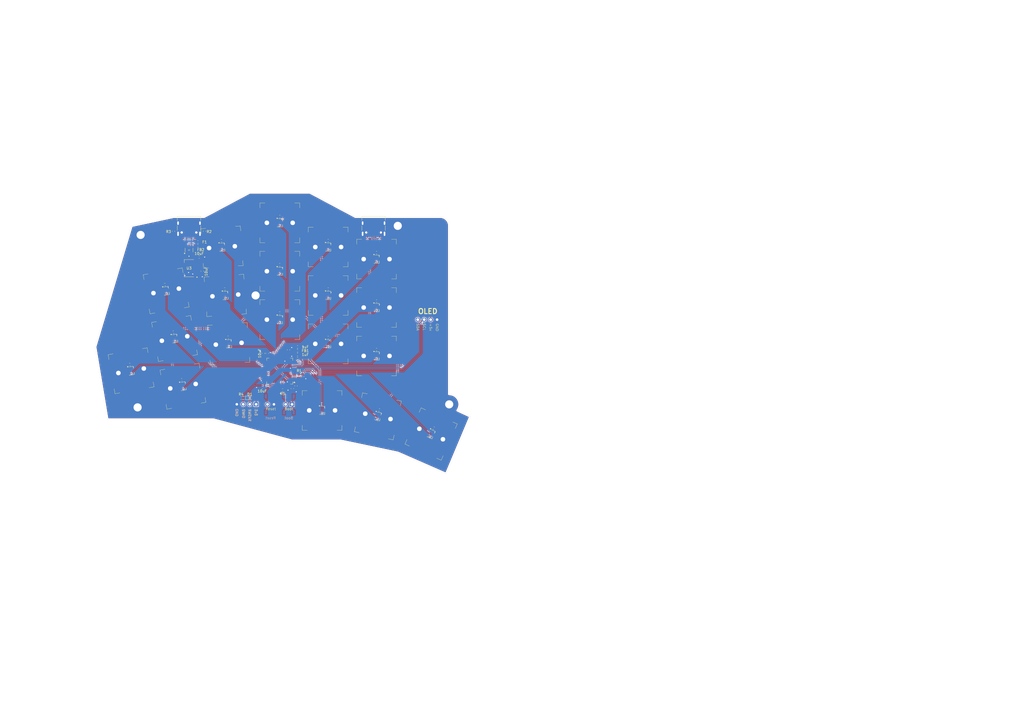
<source format=kicad_pcb>
(kicad_pcb (version 20240108) (generator "pcbnew") (generator_version "8.0")
  (layers (0 "F.Cu" signal) (31 "B.Cu" signal) (34 "B.Paste" user) (35 "F.Paste" user) (36 "B.SilkS" user "B.Silkscreen") (37 "F.SilkS" user "F.Silkscreen") (38 "B.Mask" user) (39 "F.Mask" user) (44 "Edge.Cuts" user))
  (net 0 "")
  (net 2 "+3.3VA")
  (net 6 "SCL")
  (net 9 "SWIO")
  (net 13 "NRST")
  (net 14 "Net-(D1-K)")
  (net 18 "Net-(F1-Pad2)")
  (net 19 "SWCLK")
  (net 21 "SPI3_NSS")
  (net 22 "+3V3")
  (net 23 "BOOT")
  (net 24 "D+")
  (net 25 "TX")
  (net 26 "OSC32_OUT")
  (net 27 "D-")
  (net 28 "RX")
  (net 29 "OSC_OUT")
  (net 30 "OSC32_IN")
  (net 31 "OSC_IN")
  (net 32 "+5V")
  (net 33 "VBUS")
  (net 34 "SPI3_MISO")
  (net 35 "SPI3_MOSI")
  (net 36 "SPI3_SCK")
  (net 37 "SDA")
  (net 38 "Net-(J2-CC1)")
  (net 39 "Net-(J2-CC2)")
  (net 40 "L:SW:0:4")
  (net 41 "L:SW:0:3")
  (net 42 "L:SW:0:2")
  (net 43 "L:SW:0:1")
  (net 44 "L:SW:0:0")
  (net 45 "L:SW:1:5")
  (net 46 "L:SW:1:4")
  (net 47 "L:SW:1:3")
  (net 48 "L:SW:1:2")
  (net 49 "L:SW:1:1")
  (net 50 "L:SW:1:0")
  (net 51 "L:SW:2:4")
  (net 52 "L:SW:2:3")
  (net 53 "L:SW:2:2")
  (net 54 "L:SW:2:1")
  (net 55 "L:SW:2:0")
  (net 56 "L:SW:3:2")
  (net 57 "L:SW:3:1")
  (net 58 "L:SW:3:0")
  (net 62 "GND")
  (footprint "0_local_footprints:MX 1.00u" (layer "F.Cu") (at 155.283465 169.034753 -12)
    (property "Reference" "MX18" (hide yes))
    (property "Value" "~" (hide yes))
  )
  (footprint "MountingHole:MountingHole_3.2mm_M3_ISO7380_Pad" (layer "F.Cu") (at 61.9125 97.63125)
    (property "Reference" "H3" (hide yes))
    (property "Value" "MountingHole_Pad")
  )
  (footprint "Package_TO_SOT_SMD:SOT-23W" (layer "F.Cu") (at 176.246937 175.988896 -24)
    (property "Reference" "HS19" (hide yes))
    (property "Value" "GH39FKSW")
  )
  (footprint "Capacitor_SMD:C_0603_1608Metric_Pad1.08x0.95mm_HandSolder" (layer "F.Cu") (at 109.77245 157.65145)
    (property "Reference" "C32" (hide yes))
    (property "Value" "10uF")
  )
  (footprint "0_local_footprints:MX 1.00u" (layer "F.Cu") (at 135.73125 140.49375)
    (property "Reference" "MX5" (hide yes))
    (property "Value" "~" (hide yes))
  )
  (footprint "Capacitor_SMD:C_0603_1608Metric_Pad1.08x0.95mm_HandSolder" (layer "F.Cu") (at 133.35 164.1475 180)
    (property "Reference" "C17" (hide yes))
    (property "Value" "100nF")
  )
  (footprint "Connector_PinHeader_2.54mm:PinHeader_1x02_P2.54mm_Vertical" (layer "F.Cu") (at 121.528125 164.30625 -90)
    (property "Reference" "J5" (hide yes))
    (property "Value" "~")
  )
  (footprint "MountingHole:MountingHole_3.2mm_M3_ISO7380_Pad" (layer "F.Cu") (at 60.721875 165.496875)
    (property "Reference" "H4" (hide yes))
    (property "Value" "MountingHole_Pad")
  )
  (footprint "Package_TO_SOT_SMD:SOT-23W" (layer "F.Cu") (at 93.92114 102.440156 4)
    (property "Reference" "HS2" (hide yes))
    (property "Value" "GH39FKSW")
  )
  (footprint "Capacitor_SMD:C_0603_1608Metric_Pad1.08x0.95mm_HandSolder" (layer "F.Cu") (at 123.66625 141.70025)
    (property "Reference" "C28" (hide yes))
    (property "Value" "1uF")
  )
  (footprint "Capacitor_SMD:C_0603_1608Metric_Pad1.08x0.95mm_HandSolder" (layer "F.Cu") (at 120.11025 142.84325 90)
    (property "Reference" "C25" (hide yes))
    (property "Value" "100nF")
  )
  (footprint "0_local_footprints:MX 1.00u" (layer "F.Cu") (at 154.78125 145.25625)
    (property "Reference" "MX3" (hide yes))
    (property "Value" "~" (hide yes))
  )
  (footprint "ScottoKeebs_Components:OLED_128x32" (layer "F.Cu") (at 168.79375 132.56875 90)
    (property "Reference" "O1" (hide yes))
    (property "Value" "OLED_128x32")
  )
  (footprint "Package_TO_SOT_SMD:SOT-23W" (layer "F.Cu") (at 71.965255 119.641328 10)
    (property "Reference" "HS1" (hide yes))
    (property "Value" "GH39FKSW")
  )
  (footprint "Package_TO_SOT_SMD:SOT-23W" (layer "F.Cu") (at 116.68125 111.91875)
    (property "Reference" "HS9" (hide yes))
    (property "Value" "GH39FKSW")
  )
  (footprint "Capacitor_SMD:C_0603_1608Metric_Pad1.08x0.95mm_HandSolder" (layer "F.Cu") (at 95.072819 118.909939 -176)
    (property "Reference" "C8" (hide yes))
    (property "Value" "100nF")
  )
  (footprint "Capacitor_SMD:C_0603_1608Metric_Pad1.08x0.95mm_HandSolder" (layer "F.Cu") (at 111.72825 144.24025 90)
    (property "Reference" "C24" (hide yes))
    (property "Value" "100nF")
  )
  (footprint "Package_TO_SOT_SMD:SOT-23W" (layer "F.Cu") (at 154.78125 145.25625)
    (property "Reference" "HS16" (hide yes))
    (property "Value" "GH39FKSW")
  )
  (footprint "0_local_footprints:MX 1.00u" (layer "F.Cu") (at 154.78125 126.20625)
    (property "Reference" "MX2" (hide yes))
    (property "Value" "~" (hide yes))
  )
  (footprint "Package_TO_SOT_SMD:SOT-23W" (layer "F.Cu") (at 135.73125 121.44375)
    (property "Reference" "HS10" (hide yes))
    (property "Value" "GH39FKSW")
  )
  (footprint "Capacitor_SMD:C_0603_1608Metric_Pad1.08x0.95mm_HandSolder" (layer "F.Cu") (at 96.401679 137.913531 -176)
    (property "Reference" "C13" (hide yes))
    (property "Value" "100nF")
  )
  (footprint "0_local_footprints:MX 1.00u" (layer "F.Cu") (at 135.73125 121.44375)
    (property "Reference" "MX4" (hide yes))
    (property "Value" "~" (hide yes))
  )
  (footprint "Package_TO_SOT_SMD:SOT-23W" (layer "F.Cu") (at 96.57886 140.447344 4)
    (property "Reference" "HS13" (hide yes))
    (property "Value" "GH39FKSW")
  )
  (footprint "LED_SMD:LED_0603_1608Metric_Pad1.05x0.95mm_HandSolder" (layer "F.Cu") (at 104.87025 161.76625)
    (property "Reference" "D1")
    (property "Value" "RED")
  )
  (footprint "0_local_footprints:MX 1.00u" (layer "F.Cu") (at 116.68125 130.96875)
    (property "Reference" "MX9" (hide yes))
    (property "Value" "~" (hide yes))
  )
  (footprint "Capacitor_SMD:C_0603_1608Metric_Pad1.08x0.95mm_HandSolder" (layer "F.Cu") (at 125.69825 153.368375 90)
    (property "Reference" "C29" (hide yes))
    (property "Value" "100nF")
  )
  (footprint "Package_TO_SOT_SMD:SOT-23W" (layer "F.Cu") (at 154.78125 126.20625)
    (property "Reference" "HS11" (hide yes))
    (property "Value" "GH39FKSW")
  )
  (footprint "0_local_footprints:MX 1.00u" (layer "F.Cu") (at 71.965255 119.641328 10)
    (property "Reference" "MX13" (hide yes))
    (property "Value" "~" (hide yes))
  )
  (footprint "0_local_footprints:MX 1.00u" (layer "F.Cu") (at 154.78125 107.15625)
    (property "Reference" "MX1" (hide yes))
    (property "Value" "~" (hide yes))
  )
  (footprint "Package_QFP:LQFP-64_10x10mm_P0.5mm" (layer "F.Cu") (at 116.68125 151.209375 180)
    (property "Reference" "U1" (hide yes))
    (property "Value" "STM32F303RETx")
  )
  (footprint "Capacitor_SMD:C_0603_1608Metric_Pad1.08x0.95mm_HandSolder" (layer "F.Cu") (at 123.66625 146.27225 180)
    (property "Reference" "C26" (hide yes))
    (property "Value" "100nF")
  )
  (footprint "Package_TO_SOT_SMD:SOT-23W" (layer "F.Cu") (at 95.25 121.44375 4)
    (property "Reference" "HS8" (hide yes))
    (property "Value" "GH39FKSW")
  )
  (footprint "Capacitor_SMD:C_0603_1608Metric_Pad1.08x0.95mm_HandSolder" (layer "F.Cu") (at 93.743958 99.906344 -176)
    (property "Reference" "C2" (hide yes))
    (property "Value" "100nF")
  )
  (footprint "Capacitor_SMD:C_0603_1608Metric_Pad1.08x0.95mm_HandSolder" (layer "F.Cu") (at 78.140184 154.66109 -170)
    (property "Reference" "C12" (hide yes))
    (property "Value" "100nF")
  )
  (footprint "Capacitor_SMD:C_0603_1608Metric_Pad1.08x0.95mm_HandSolder" (layer "F.Cu") (at 87.122 96.186625 -90)
    (property "Reference" "R2")
    (property "Value" "5.1k")
  )
  (footprint "Capacitor_SMD:C_0603_1608Metric_Pad1.08x0.95mm_HandSolder" (layer "F.Cu") (at 86.1822 111.909225 -90)
    (property "Reference" "C31" (hide yes))
    (property "Value" "10uF")
  )
  (footprint "Package_TO_SOT_SMD:SOT-23W" (layer "F.Cu") (at 135.73125 102.39375)
    (property "Reference" "HS4" (hide yes))
    (property "Value" "GH39FKSW")
  )
  (footprint "Capacitor_SMD:C_0603_1608Metric_Pad1.08x0.95mm_HandSolder" (layer "F.Cu") (at 110.20425 144.24025 90)
    (property "Reference" "C20" (hide yes))
    (property "Value" "10uF")
  )
  (footprint "0_local_footprints:MX 1.00u" (layer "F.Cu") (at 96.57886 140.447344 4)
    (property "Reference" "MX10" (hide yes))
    (property "Value" "~" (hide yes))
  )
  (footprint "Package_TO_SOT_SMD:SOT-23W" (layer "F.Cu") (at 116.68125 92.86875)
    (property "Reference" "HS3" (hide yes))
    (property "Value" "GH39FKSW")
  )
  (footprint "Capacitor_SMD:C_0603_1608Metric_Pad1.08x0.95mm_HandSolder" (layer "F.Cu") (at 121.60885 158.118175 -90)
    (property "Reference" "C22" (hide yes))
    (property "Value" "100nF")
  )
  (footprint "Package_TO_SOT_SMD:SOT-23W" (layer "F.Cu") (at 75.273252 138.401915 10)
    (property "Reference" "HS7" (hide yes))
    (property "Value" "GH39FKSW")
  )
  (footprint "MountingHole:MountingHole_3.2mm_M3_ISO7380_Pad" (layer "F.Cu") (at 163.115625 94.059375)
    (property "Reference" "H1" (hide yes))
    (property "Value" "MountingHole_Pad")
  )
  (footprint "Capacitor_SMD:C_0603_1608Metric_Pad1.08x0.95mm_HandSolder" (layer "F.Cu") (at 116.68125 109.37875 180)
    (property "Reference" "C9" (hide yes))
    (property "Value" "100nF")
  )
  (footprint "MountingHole:MountingHole_3.2mm_M3_ISO7380_Pad" (layer "F.Cu") (at 183.35625 164.30625)
    (property "Reference" "H2" (hide yes))
    (property "Value" "MountingHole_Pad")
  )
  (footprint "Connector_USB:USB_C_Receptacle_G-Switch_GT-USB-7010ASV" (layer "F.Cu") (at 153.590625 94.059375 180)
    (property "Reference" "J3" (hide yes))
    (property "Value" "USB_C_Receptacle_USB2.0_14P")
  )
  (footprint "Capacitor_SMD:C_0603_1608Metric_Pad1.08x0.95mm_HandSolder" (layer "F.Cu") (at 57.7256 148.588793 -170)
    (property "Reference" "C6" (hide yes))
    (property "Value" "100nF")
  )
  (footprint "Package_TO_SOT_SMD:SOT-23-6" (layer "F.Cu") (at 80.9625 103.584375 90)
    (property "Reference" "U2" (hide yes))
    (property "Value" "USBLC6-2SC6")
  )
  (footprint "Inductor_SMD:L_0603_1608Metric_Pad1.05x0.95mm_HandSolder" (layer "F.Cu") (at 123.66625 143.22425 180)
    (property "Reference" "FB1")
    (property "Value" "BLM18KG121TN1D")
  )
  (footprint "Capacitor_SMD:C_0603_1608Metric_Pad1.08x0.95mm_HandSolder" (layer "F.Cu") (at 123.08205 157.051375 -90)
    (property "Reference" "C21" (hide yes))
    (property "Value" "100nF")
  )
  (footprint "MountingHole:MountingHole_3.2mm_M3_ISO7380_Pad" (layer "F.Cu") (at 107.15625 121.44375)
    (property "Reference" "H5" (hide yes))
    (property "Value" "MountingHole_Pad")
  )
  (footprint "Capacitor_SMD:C_0603_1608Metric_Pad1.08x0.95mm_HandSolder" (layer "F.Cu") (at 84.963 106.346625)
    (property "Reference" "C30" (hide yes))
    (property "Value" "10uF")
  )
  (footprint "0_local_footprints:MX 1.00u" (layer "F.Cu") (at 58.166667 151.090204 10)
    (property "Reference" "MX16" (hide yes))
    (property "Value" "~" (hide yes))
  )
  (footprint "Capacitor_SMD:C_0603_1608Metric_Pad1.08x0.95mm_HandSolder" (layer "F.Cu") (at 124.174251 153.368375 -90)
    (property "Reference" "R1")
    (property "Value" "40k")
  )
  (footprint "Capacitor_SMD:C_0603_1608Metric_Pad1.08x0.95mm_HandSolder" (layer "F.Cu") (at 135.73125 99.85375 180)
    (property "Reference" "C4" (hide yes))
    (property "Value" "100nF")
  )
  (footprint "Capacitor_SMD:C_0603_1608Metric_Pad1.08x0.95mm_HandSolder" (layer "F.Cu") (at 135.73125 118.90375 180)
    (property "Reference" "C10" (hide yes))
    (property "Value" "100nF")
  )
  (footprint "0_local_footprints:MX 1.00u" (layer "F.Cu") (at 133.35 166.6875)
    (property "Reference" "MX17" (hide yes))
    (property "Value" "~" (hide yes))
  )
  (footprint "Package_TO_SOT_SMD:SOT-23W" (layer "F.Cu") (at 155.283465 169.034753 -12)
    (property "Reference" "HS18" (hide yes))
    (property "Value" "GH39FKSW")
  )
  (footprint "Package_TO_SOT_SMD:SOT-23W" (layer "F.Cu") (at 116.68125 130.96875)
    (property "Reference" "HS14" (hide yes))
    (property "Value" "GH39FKSW")
  )
  (footprint "Capacitor_SMD:C_0603_1608Metric_Pad1.08x0.95mm_HandSolder" (layer "F.Cu") (at 116.68125 128.42875 180)
    (property "Reference" "C14" (hide yes))
    (property "Value" "100nF")
  )
  (footprint "Capacitor_SMD:C_0603_1608Metric_Pad1.08x0.95mm_HandSolder" (layer "F.Cu") (at 71.524188 117.139916 -170)
    (property "Reference" "C1" (hide yes))
    (property "Value" "100nF")
  )
  (footprint "0_local_footprints:MX 1.00u" (layer "F.Cu") (at 116.68125 111.91875)
    (property "Reference" "MX8" (hide yes))
    (property "Value" "~" (hide yes))
  )
  (footprint "Capacitor_SMD:C_0603_1608Metric_Pad1.08x0.95mm_HandSolder" (layer "F.Cu") (at 135.73125 137.95375 180)
    (property "Reference" "C15" (hide yes))
    (property "Value" "100nF")
  )
  (footprint "Capacitor_SMD:C_0603_1608Metric_Pad1.08x0.95mm_HandSolder" (layer "F.Cu") (at 154.78125 104.61625 180)
    (property "Reference" "C5" (hide yes))
    (property "Value" "100nF")
  )
  (footprint "Package_TO_SOT_SMD:SOT-23W" (layer "F.Cu") (at 58.166667 151.090204 10)
    (property "Reference" "HS6" (hide yes))
    (property "Value" "GH39FKSW")
  )
  (footprint "Package_TO_SOT_SMD:SOT-223-3_TabPin2" (layer "F.Cu") (at 80.9625 110.728125 180)
    (property "Reference" "U3")
    (property "Value" "AMS1117-3.3")
  )
  (footprint "Capacitor_SMD:C_0603_1608Metric_Pad1.08x0.95mm_HandSolder" (layer "F.Cu") (at 116.68125 90.32875 180)
    (property "Reference" "C3" (hide yes))
    (property "Value" "100nF")
  )
  (footprint "0_local_footprints:MX 1.00u" (layer "F.Cu") (at 78.58125 157.1625 10)
    (property "Reference" "MX15" (hide yes))
    (property "Value" "~" (hide yes))
  )
  (footprint "Package_TO_SOT_SMD:SOT-23W" (layer "F.Cu") (at 154.78125 107.15625)
    (property "Reference" "HS5" (hide yes))
    (property "Value" "GH39FKSW")
  )
  (footprint "Capacitor_SMD:C_0603_1608Metric_Pad1.08x0.95mm_HandSolder" (layer "F.Cu") (at 74.832186 135.900504 -170)
    (property "Reference" "C7" (hide yes))
    (property "Value" "100nF")
  )
  (footprint "Package_TO_SOT_SMD:SOT-23W" (layer "F.Cu") (at 133.35 166.6875)
    (property "Reference" "HS17" (hide yes))
    (property "Value" "GH39FKSW")
  )
  (footprint "0_local_footprints:MX 1.00u" (layer "F.Cu") (at 135.73125 102.39375)
    (property "Reference" "MX6" (hide yes))
    (property "Value" "~" (hide yes))
  )
  (footprint "Capacitor_SMD:C_0603_1608Metric_Pad1.08x0.95mm_HandSolder" (layer "F.Cu") (at 117.82425 158.71825)
    (property "Reference" "R5")
    (property "Value" "10k")
  )
  (footprint "Capacitor_SMD:C_0603_1608Metric_Pad1.08x0.95mm_HandSolder" (layer "F.Cu") (at 154.78125 142.71625 180)
    (property "Reference" "C16" (hide yes))
    (property "Value" "100nF")
  )
  (footprint "0_local_footprints:MX 1.00u" (layer "F.Cu") (at 75.273252 138.401915 10)
    (property "Reference" "MX14" (hide yes))
    (property "Value" "~" (hide yes))
  )
  (footprint "Capacitor_SMD:C_0603_1608Metric_Pad1.08x0.95mm_HandSolder" (layer "F.Cu") (at 101.44125 161.76625 180)
    (property "Reference" "R4")
    (property "Value" "5.1k")
  )
  (footprint "Capacitor_SMD:C_0603_1608Metric_Pad1.08x0.95mm_HandSolder" (layer "F.Cu") (at 123.66625 144.74825 180)
    (property "Reference" "C27" (hide yes))
    (property "Value" "1uF")
  )
  (footprint "Package_TO_SOT_SMD:SOT-23W" (layer "F.Cu") (at 78.58125 157.1625 10)
    (property "Reference" "HS12" (hide yes))
    (property "Value" "GH39FKSW")
  )
  (footprint "Inductor_SMD:L_0603_1608Metric_Pad1.05x0.95mm_HandSolder" (layer "F.Cu") (at 84.455 101.901625 180)
    (property "Reference" "FB2")
    (property "Value" "BLM18KG121TN1D")
  )
  (footprint "Package_TO_SOT_SMD:SOT-23W" (layer "F.Cu") (at 135.73125 140.49375)
    (property "Reference" "HS15" (hide yes))
    (property "Value" "GH39FKSW")
  )
  (footprint "Connector_USB:USB_C_Receptacle_G-Switch_GT-USB-7010ASV" (layer "F.Cu") (at 80.9625 94.059375 180)
    (property "Reference" "J2" (hide yes))
    (property "Value" "USB_C")
  )
  (footprint "0_local_footprints:MX 1.00u" (layer "F.Cu") (at 116.68125 92.86875)
    (property "Reference" "MX7" (hide yes))
    (property "Value" "~" (hide yes))
  )
  (footprint "Capacitor_SMD:C_0603_1608Metric_Pad1.08x0.95mm_HandSolder" (layer "F.Cu") (at 177.280047 173.668493 156)
    (property "Reference" "C19" (hide yes))
    (property "Value" "100nF")
  )
  (footprint "Capacitor_SMD:C_0603_1608Metric_Pad1.08x0.95mm_HandSolder" (layer "F.Cu") (at 109.77245 156.136975 180)
    (property "Reference" "C23" (hide yes))
    (property "Value" "100nF")
  )
  (footprint "Capacitor_SMD:C_0603_1608Metric_Pad1.08x0.95mm_HandSolder" (layer "F.Cu") (at 155.840939 166.491845 168)
    (property "Reference" "C18" (hide yes))
    (property "Value" "100nF")
  )
  (footprint "0_local_footprints:MX 1.00u" (layer "F.Cu") (at 95.25 121.44375 4)
    (property "Reference" "MX12" (hide yes))
    (property "Value" "~" (hide yes))
  )
  (footprint "Capacitor_SMD:C_0603_1608Metric_Pad1.08x0.95mm_HandSolder" (layer "F.Cu") (at 154.78125 123.66625 180)
    (property "Reference" "C11" (hide yes))
    (property "Value" "100nF")
  )
  (footprint "Capacitor_SMD:C_0603_1608Metric_Pad1.08x0.95mm_HandSolder" (layer "F.Cu") (at 74.803 96.186625 -90)
    (property "Reference" "R3")
    (property "Value" "5.1k")
  )
  (footprint "0_local_footprints:MX 1.00u" (layer "F.Cu") (at 176.246937 175.988896 -24)
    (property "Reference" "MX19" (hide yes))
    (property "Value" "~" (hide yes))
  )
  (footprint "Capacitor_SMD:C_0603_1608Metric_Pad1.08x0.95mm_HandSolder" (layer "F.Cu") (at 84.455 100.377625)
    (property "Reference" "F1")
    (property "Value" "600mA")
  )
  (footprint "0_local_footprints:MX 1.00u" (layer "F.Cu") (at 93.92114 102.440156 4)
    (property "Reference" "MX11" (hide yes))
    (property "Value" "~" (hide yes))
  )
  (footprint "Connector_PinHeader_2.54mm:PinHeader_1x04_P2.54mm_Vertical" (layer "B.Cu") (at 107.384375 164.28125 90)
    (property "Reference" "J4" (hide yes))
    (property "Value" "Conn_01x04_Pin")
  )
  (footprint "Connector_PinHeader_2.54mm:PinHeader_1x02_P2.54mm_Vertical" (layer "B.Cu") (at 114.379376 164.30625 90)
    (property "Reference" "J1" (hide yes))
    (property "Value" "~")
  )
  (footprint "Button_Switch_SMD:SW_SPST_TL3342" (layer "B.Cu") (at 120.253125 164.30625 90)
    (property "Reference" "SW2" (hide yes))
    (property "Value" "SW_Push")
  )
  (footprint "Button_Switch_SMD:SW_SPST_TL3342" (layer "B.Cu") (at 113.109375 164.30625 90)
    (property "Reference" "SW1" (hide yes))
    (property "Value" "SW_Push")
  )
  (gr_line (start 182.165625 191.690625) (end 163.115625 183.35625) (stroke (width 0.05)) (layer "Edge.Cuts"))
  (gr_line (start 183.35625 94.0594) (end 183.35625 160.249248) (stroke (width 0.05)) (layer "Edge.Cuts"))
  (gr_line (start 104.775 80.9625) (end 128.5875 80.9625) (stroke (width 0.05)) (layer "Edge.Cuts"))
  (gr_arc (start 183.35625 160.249248) (mid 186.970112 162.462541) (end 186.640898 166.6875) (stroke (width 0.05)) (layer "Edge.Cuts"))
  (gr_line (start 44.053125 141.684375) (end 58.340625 94.059375) (stroke (width 0.05)) (layer "Edge.Cuts"))
  (gr_line (start 146.446875 90.4875) (end 159.54375 90.4875) (stroke (width 0.05)) (layer "Edge.Cuts"))
  (gr_line (start 128.5875 80.9625) (end 146.446875 90.4875) (stroke (width 0.05)) (layer "Edge.Cuts"))
  (gr_arc (start 179.78435 90.4875) (mid 182.310065 91.533685) (end 183.35625 94.0594) (stroke (width 0.05)) (layer "Edge.Cuts"))
  (gr_line (start 140.49375 178.59375) (end 121.44375 178.59375) (stroke (width 0.05)) (layer "Edge.Cuts"))
  (gr_line (start 121.44375 178.59375) (end 90.4875 170.259375) (stroke (width 0.05)) (layer "Edge.Cuts"))
  (gr_line (start 191.690625 169.06875) (end 182.165625 191.690625) (stroke (width 0.05)) (layer "Edge.Cuts"))
  (gr_line (start 90.4875 170.259375) (end 48.815625 170.259375) (stroke (width 0.05)) (layer "Edge.Cuts"))
  (gr_line (start 186.640898 166.6875) (end 191.690625 169.06875) (stroke (width 0.05)) (layer "Edge.Cuts"))
  (gr_line (start 48.815625 170.259375) (end 44.053125 141.684375) (stroke (width 0.05)) (layer "Edge.Cuts"))
  (gr_line (start 86.915625 90.4875) (end 104.775 80.9625) (stroke (width 0.05)) (layer "Edge.Cuts"))
  (gr_line (start 58.340625 94.059375) (end 75.009375 90.4875) (stroke (width 0.05)) (layer "Edge.Cuts"))
  (gr_line (start 163.115625 183.35625) (end 140.49375 178.59375) (stroke (width 0.05)) (layer "Edge.Cuts"))
  (gr_line (start 75.009375 90.4875) (end 86.915625 90.4875) (stroke (width 0.05)) (layer "Edge.Cuts"))
  (gr_line (start 159.54375 90.4875) (end 179.78435 90.4875) (stroke (width 0.05)) (layer "Edge.Cuts"))
  (gr_text "SWIO" (at 102.45725 166.08425 -90) (layer "B.SilkS") (effects (font (size 1 1) (thickness 0.1)) (justify right mirror)))
  (gr_text "GND" (at 99.774375 165.95725 270) (layer "B.SilkS") (effects (font (size 1 1) (thickness 0.1)) (justify right mirror)))
  (gr_text "Boot" (at 120.253125 170.259375 0) (layer "B.SilkS") (effects (font (size 1 1) (thickness 0.125)) (justify bottom mirror)))
  (gr_text "Reset" (at 113.109375 170.259375 0) (layer "B.SilkS") (effects (font (size 1 1) (thickness 0.1)) (justify bottom mirror)))
  (gr_text "3v3" (at 107.394375 166.08425 -90) (layer "B.SilkS") (effects (font (size 1 1) (thickness 0.1)) (justify right mirror)))
  (gr_text "SWCLK" (at 104.87025 166.08425 270) (layer "B.SilkS") (effects (font (size 1 1) (thickness 0.1)) (justify right mirror)))
  (gr_text "SWCLK" (at 104.23525 166.08425 270) (layer "F.SilkS") (effects (font (size 1 1) (thickness 0.1)) (justify left bottom)))
  (gr_text "Reset" (at 113.109375 166.6875 0) (layer "F.SilkS") (effects (font (size 1 1) (thickness 0.1)) (justify bottom)))
  (gr_text "OLED" (at 170.91025 128.87325 0) (layer "F.SilkS") (effects (font (size 2 2) (thickness 0.4) (bold yes)) (justify left bottom)))
  (gr_text "GND" (at 99.139375 165.95725 270) (layer "F.SilkS") (effects (font (size 1 1) (thickness 0.1)) (justify left bottom)))
  (gr_text "Boot" (at 120.253125 166.6875 0) (layer "F.SilkS") (effects (font (size 1 1) (thickness 0.125)) (justify bottom)))
  (gr_text "3v3" (at 106.759375 166.08425 -90) (layer "F.SilkS") (effects (font (size 1 1) (thickness 0.1)) (justify left bottom)))
  (gr_text "SWIO" (at 101.82225 166.08425 -90) (layer "F.SilkS") (effects (font (size 1 1) (thickness 0.1)) (justify left bottom)))
  (gr_text "+5v" (at 175.48225 132.42925 -90) (layer "F.SilkS") (effects (font (size 1 1) (thickness 0.1)) (justify left bottom)))
  (gr_text "SDA" (at 170.40225 132.42925 -90) (layer "F.SilkS") (effects (font (size 1 1) (thickness 0.1)) (justify left bottom)))
  (gr_text "SCL" (at 172.94225 132.42925 -90) (layer "F.SilkS") (effects (font (size 1 1) (thickness 0.1)) (justify left bottom)))
  (gr_text "GND" (at 178.02225 132.42925 -90) (layer "F.SilkS") (effects (font (size 1 1) (thickness 0.1)) (justify left bottom)))
  (segment (start 94.21242 118.970104) (end 94.174403 118.42643) (width 0.4) (layer "F.Cu") (net 2))
  (segment (start 133.06425 136.149251) (end 133.06425 120.708249) (width 0.4) (layer "F.Cu") (net 2))
  (segment (start 133.06425 120.708249) (end 134.868749 118.90375) (width 0.4) (layer "F.Cu") (net 2))
  (segment (start 128.11125 146.27225) (end 132.487499 150.648499) (width 0.4) (layer "F.Cu") (net 2))
  (segment (start 133.06425 117.099251) (end 133.06425 101.658249) (width 0.4) (layer "F.Cu") (net 2))
  (segment (start 134.53125 101.44375) (end 134.868749 99.85375) (width 0.4) (layer "F.Cu") (net 2))
  (segment (start 88.36025 134.540625) (end 91.838738 134.540625) (width 0.4) (layer "F.Cu") (net 2))
  (segment (start 133.06425 101.658249) (end 134.868749 99.85375) (width 0.4) (layer "F.Cu") (net 2))
  (segment (start 77.290786 154.810861) (end 75.200355 153.347125) (width 0.4) (layer "F.Cu") (net 2))
  (segment (start 128.11125 146.27225) (end 133.06425 141.31925) (width 0.4) (layer "F.Cu") (net 2))
  (segment (start 115.818749 128.42875) (end 114.01425 126.624251) (width 0.4) (layer "F.Cu") (net 2))
  (segment (start 135.743749 137.07875) (end 148.281249 137.07875) (width 0.4) (layer "F.Cu") (net 2))
  (segment (start 152.11425 121.861751) (end 152.11425 106.420749) (width 0.4) (layer "F.Cu") (net 2))
  (segment (start 133.06425 141.31925) (end 133.06425 139.28725) (width 0.4) (layer "F.Cu") (net 2))
  (segment (start 163.115625 145.208625) (end 159.74825 141.84125) (width 0.4) (layer "F.Cu") (net 2))
  (segment (start 114.01425 107.574251) (end 114.01425 92.133249) (width 0.4) (layer "F.Cu") (net 2))
  (segment (start 133.63125 136.716251) (end 133.06425 136.149251) (width 0.4) (layer "F.Cu") (net 2))
  (segment (start 154.997286 166.312521) (end 161.368613 159.941194) (width 0.4) (layer "F.Cu") (net 2))
  (segment (start 115.818749 128.42875) (end 115.48125 130.01875) (width 0.4) (layer "F.Cu") (net 2))
  (segment (start 114.01425 126.624251) (end 114.01425 111.183249) (width 0.4) (layer "F.Cu") (net 2))
  (segment (start 152.11425 140.911751) (end 152.11425 125.470749) (width 0.4) (layer "F.Cu") (net 2))
  (segment (start 70.61852 118.914139) (end 70.674791 117.289688) (width 0.4) (layer "F.Cu") (net 2))
  (segment (start 134.868749 118.90375) (end 133.06425 117.099251) (width 0.4) (layer "F.Cu") (net 2))
  (segment (start 176.492113 173.317682) (end 163.115625 159.941194) (width 0.4) (layer "F.Cu") (net 2))
  (segment (start 124.468749 127.55375) (end 133.63125 136.716251) (width 0.4) (layer "F.Cu") (net 2))
  (segment (start 56.876203 148.738564) (end 64.602497 137.704276) (width 0.4) (layer "F.Cu") (net 2))
  (segment (start 73.982788 135.567947) (end 73.982788 136.050274) (width 0.4) (layer "F.Cu") (net 2))
  (segment (start 95.541279 137.821221) (end 104.93375 128.42875) (width 0.4) (layer "F.Cu") (net 2))
  (segment (start 104.93375 128.42875) (end 115.818749 128.42875) (width 0.4) (layer "F.Cu") (net 2))
  (segment (start 124.541249 144.735752) (end 124.528751 144.74825) (width 0.4) (layer "F.Cu") (net 2))
  (segment (start 73.926517 137.674725) (end 73.982788 136.050276) (width 0.4) (layer "F.Cu") (net 2))
  (segment (start 154.336585 167.797606) (end 154.997289 166.312521) (width 0.4) (layer "F.Cu") (net 2))
  (segment (start 132.487499 150.648499) (end 132.487499 164.1475) (width 0.4) (layer "F.Cu") (net 2))
  (segment (start 73.982788 136.050276) (end 71.892356 134.586539) (width 0.4) (layer "F.Cu") (net 2))
  (segment (start 72.519052 138.140707) (end 73.982788 136.050276) (width 0.4) (layer "F.Cu") (net 2))
  (segment (start 153.918749 142.71625) (end 153.58125 144.30625) (width 0.4) (layer "F.Cu") (net 2))
  (segment (start 133.06425 139.28725) (end 134.39775 137.95375) (width 0.4) (layer "F.Cu") (net 2))
  (segment (start 161.368613 159.941194) (end 163.115625 159.941194) (width 0.4) (layer "F.Cu") (net 2))
  (segment (start 92.420361 121.031632) (end 94.21242 118.970104) (width 0.4) (layer "F.Cu") (net 2))
  (segment (start 134.39775 137.95375) (end 134.868749 137.95375) (width 0.4) (layer "F.Cu") (net 2))
  (segment (start 71.892356 134.586539) (end 69.211054 119.380122) (width 0.4) (layer "F.Cu") (net 2))
  (segment (start 115.48125 110.96875) (end 115.818749 109.37875) (width 0.4) (layer "F.Cu") (net 2))
  (segment (start 152.68125 141.478751) (end 152.11425 140.911751) (width 0.4) (layer "F.Cu") (net 2))
  (segment (start 124.528751 146.27225) (end 125.497624 147.241123) (width 0.4) (layer "F.Cu") (net 2))
  (segment (start 134.868749 137.95375) (end 135.743749 137.07875) (width 0.4) (layer "F.Cu") (net 2))
  (segment (start 153.918749 142.71625) (end 152.68125 141.478751) (width 0.4) (layer "F.Cu") (net 2))
  (segment (start 125.497624 148.582574) (end 125.087574 148.992624) (width 0.4) (layer "F.Cu") (net 2))
  (segment (start 77.290786 154.810861) (end 77.234515 156.435311) (width 0.4) (layer "F.Cu") (net 2))
  (segment (start 159.74825 141.84125) (end 154.793749 141.84125) (width 0.4) (layer "F.Cu") (net 2))
  (segment (start 91.0915 102.028037) (end 92.883559 99.966509) (width 0.4) (layer "F.Cu") (net 2))
  (segment (start 114.01425 92.133249) (end 115.818749 90.32875) (width 0.4) (layer "F.Cu") (net 2))
  (segment (start 134.53125 139.54375) (end 134.868749 137.95375) (width 0.4) (layer "F.Cu") (net 2))
  (segment (start 56.819931 150.363016) (end 56.876203 148.738564) (width 0.4) (layer "F.Cu") (net 2))
  (segment (start 92.657795 101.576178) (end 92.883559 99.966509) (width 0.4) (layer "F.Cu") (net 2))
  (segment (start 134.53125 120.49375) (end 134.868749 118.90375) (width 0.4) (layer "F.Cu") (net 2))
  (segment (start 83.78825 134.540625) (end 75.01011 134.540625) (width 0.4) (layer "F.Cu") (net 2))
  (segment (start 152.11425 106.420749) (end 153.918749 104.61625) (width 0.4) (layer "F.Cu") (net 2))
  (segment (start 64.602497 137.704276) (end 73.982788 136.050276) (width 0.4) (layer "F.Cu") (net 2))
  (segment (start 153.918749 123.66625) (end 152.11425 121.861751) (width 0.4) (layer "F.Cu") (net 2))
  (segment (start 116.693749 127.55375) (end 124.468749 127.55375) (width 0.4) (layer "F.Cu") (net 2))
  (segment (start 154.793749 141.84125) (end 153.918749 142.71625) (width 0.4) (layer "F.Cu") (net 2))
  (segment (start 124.541249 143.22425) (end 124.541249 144.735752) (width 0.4) (layer "F.Cu") (net 2))
  (segment (start 153.58125 125.25625) (end 153.918749 123.66625) (width 0.4) (layer "F.Cu") (net 2))
  (segment (start 132.15 165.7375) (end 132.487499 164.1475) (width 0.4) (layer "F.Cu") (net 2))
  (segment (start 92.112874 116.634371) (end 91.0915 102.028037) (width 0.4) (layer "F.Cu") (net 2))
  (segment (start 153.58125 106.20625) (end 153.918749 104.61625) (width 0.4) (layer "F.Cu") (net 2))
  (segment (start 115.818749 128.42875) (end 116.693749 127.55375) (width 0.4) (layer "F.Cu") (net 2))
  (segment (start 93.479752 136.181637) (end 92.420361 121.031632) (width 0.4) (layer "F.Cu") (net 2))
  (segment (start 125.087574 148.992624) (end 123.338329 148.992624) (width 0.4) (layer "F.Cu") (net 2))
  (segment (start 114.01425 111.183249) (end 115.818749 109.37875) (width 0.4) (layer "F.Cu") (net 2))
  (segment (start 148.281249 137.07875) (end 152.68125 141.478751) (width 0.4) (layer "F.Cu") (net 2))
  (segment (start 124.528751 144.74825) (end 124.528751 146.27225) (width 0.4) (layer "F.Cu") (net 2))
  (segment (start 95.541279 137.973696) (end 95.315515 139.583366) (width 0.4) (layer "F.Cu") (net 2))
  (segment (start 94.174403 118.42643) (end 92.112874 116.634371) (width 0.4) (layer "F.Cu") (net 2))
  (segment (start 122.35625 148.959375) (end 123.30508 148.959375) (width 0.3) (layer "F.Cu") (net 2))
  (segment (start 75.01011 134.540625) (end 73.982788 135.567947) (width 0.4) (layer "F.Cu") (net 2))
  (segment (start 91.838738 134.540625) (end 93.479751 136.181638) (width 0.4) (layer "F.Cu") (net 2))
  (segment (start 95.541279 137.973697) (end 95.541279 137.821221) (width 0.4) (layer "F.Cu") (net 2))
  (segment (start 93.986656 120.579773) (end 94.21242 118.970104) (width 0.4) (layer "F.Cu") (net 2))
  (segment (start 134.868749 137.95375) (end 133.63125 136.716251) (width 0.4) (layer "F.Cu") (net 2))
  (segment (start 152.11425 125.470749) (end 153.918749 123.66625) (width 0.4) (layer "F.Cu") (net 2))
  (segment (start 123.30508 148.959375) (end 123.338329 148.992624) (width 0.3) (layer "F.Cu") (net 2))
  (segment (start 125.497624 147.241123) (end 125.497624 148.582574) (width 0.4) (layer "F.Cu") (net 2))
  (segment (start 115.818749 109.37875) (end 114.01425 107.574251) (width 0.4) (layer "F.Cu") (net 2))
  (segment (start 69.211054 119.380122) (end 70.674791 117.289688) (width 0.4) (layer "F.Cu") (net 2))
  (segment (start 115.48125 91.91875) (end 115.818749 90.32875) (width 0.4) (layer "F.Cu") (net 2))
  (segment (start 95.541279 137.973696) (end 93.479752 136.181637) (width 0.4) (layer "F.Cu") (net 2))
  (segment (start 124.528751 146.27225) (end 128.11125 146.27225) (width 0.4) (layer "F.Cu") (net 2))
  (segment (start 163.115625 159.941194) (end 163.115625 145.208625) (width 0.4) (layer "F.Cu") (net 2))
  (segment (start 175.537084 174.632945) (end 176.492112 173.317681) (width 0.4) (layer "F.Cu") (net 2))
  (segment (start 75.200355 153.347125) (end 72.519052 138.140707) (width 0.4) (layer "F.Cu") (net 2))
  (via (at 83.78825 134.540625) (size 0.8) (drill 0.4) (layers "F.Cu" "B.Cu") (net 2))
  (via (at 88.36025 134.540625) (size 0.8) (drill 0.4) (layers "F.Cu" "B.Cu") (net 2))
  (segment (start 83.78825 134.540625) (end 88.36025 134.540625) (width 0.4) (layer "B.Cu") (net 2))
  (segment (start 117.43125 155.696253) (end 117.278247 155.54325) (width 0.25) (layer "F.Cu") (net 6))
  (segment (start 117.43125 156.884375) (end 117.43125 155.696253) (width 0.25) (layer "F.Cu") (net 6))
  (via (at 117.278247 155.54325) (size 0.6) (drill 0.3) (layers "F.Cu" "B.Cu") (net 6))
  (segment (start 171.93625 132.221166) (end 173.188666 130.96875) (width 0.25) (layer "B.Cu") (net 6))
  (segment (start 126.83125 150.60025) (end 165.18525 150.60025) (width 0.25) (layer "B.Cu") (net 6))
  (segment (start 117.278247 155.54325) (end 117.278247 155.459369) (width 0.25) (layer "B.Cu") (net 6))
  (segment (start 171.93625 143.84925) (end 171.93625 132.221166) (width 0.25) (layer "B.Cu") (net 6))
  (segment (start 117.278247 155.459369) (end 119.988366 152.74925) (width 0.25) (layer "B.Cu") (net 6))
  (segment (start 173.188666 130.96875) (end 173.51375 130.96875) (width 0.25) (layer "B.Cu") (net 6))
  (segment (start 124.68225 152.74925) (end 126.83125 150.60025) (width 0.25) (layer "B.Cu") (net 6))
  (segment (start 165.18525 150.60025) (end 171.93625 143.84925) (width 0.25) (layer "B.Cu") (net 6))
  (segment (start 119.988366 152.74925) (end 124.68225 152.74925) (width 0.25) (layer "B.Cu") (net 6))
  (segment (start 109.05925 153.959375) (end 111.00625 153.959375) (width 0.25) (layer "F.Cu") (net 9))
  (segment (start 108.93425 154.084375) (end 109.05925 153.959375) (width 0.25) (layer "F.Cu") (net 9))
  (via (at 108.93425 154.084375) (size 0.6) (drill 0.3) (layers "F.Cu" "B.Cu") (net 9))
  (segment (start 102.304376 164.33125) (end 102.304376 160.714249) (width 0.25) (layer "B.Cu") (net 9))
  (segment (start 102.304376 160.714249) (end 108.93425 154.084375) (width 0.25) (layer "B.Cu") (net 9))
  (segment (start 121.027125 151.959375) (end 120.99925 151.98725) (width 0.25) (layer "F.Cu") (net 13))
  (segment (start 122.36125 151.964375) (end 123.465259 151.964375) (width 0.25) (layer "F.Cu") (net 13))
  (segment (start 124.17425 152.505874) (end 125.69825 152.505874) (width 0.25) (layer "F.Cu") (net 13))
  (segment (start 122.35625 151.959375) (end 121.027125 151.959375) (width 0.25) (layer "F.Cu") (net 13))
  (segment (start 123.465259 151.964375) (end 124.006758 152.505874) (width 0.25) (layer "F.Cu") (net 13))
  (segment (start 122.35625 151.959375) (end 122.36125 151.964375) (width 0.25) (layer "F.Cu") (net 13))
  (segment (start 124.006758 152.505874) (end 124.17425 152.505874) (width 0.25) (layer "F.Cu") (net 13))
  (via (at 120.99925 151.98725) (size 0.6) (drill 0.3) (layers "F.Cu" "B.Cu") (net 13))
  (segment (start 120.99925 151.98725) (end 118.07825 151.98725) (width 0.25) (layer "B.Cu") (net 13))
  (segment (start 111.209375 158.856125) (end 111.209375 161.156251) (width 0.25) (layer "B.Cu") (net 13))
  (segment (start 111.209375 161.156251) (end 111.839374 164.30625) (width 0.25) (layer "B.Cu") (net 13))
  (segment (start 111.209375 167.456249) (end 111.839374 164.30625) (width 0.25) (layer "B.Cu") (net 13))
  (segment (start 118.07825 151.98725) (end 111.209375 158.856125) (width 0.25) (layer "B.Cu") (net 13))
  (segment (start 102.303751 161.76625) (end 103.995251 161.76625) (width 0.4) (layer "F.Cu") (net 14))
  (segment (start 85.3175 101.889126) (end 85.329999 101.901625) (width 0.4) (layer "F.Cu") (net 18))
  (segment (start 85.3175 100.377625) (end 85.3175 101.889126) (width 0.4) (layer "F.Cu") (net 18))
  (segment (start 112.00765 156.88945) (end 112.926176 156.88945) (width 0.25) (layer "F.Cu") (net 19))
  (segment (start 112.926176 156.88945) (end 112.931251 156.884375) (width 0.25) (layer "F.Cu") (net 19))
  (via (at 112.00765 156.88945) (size 0.6) (drill 0.3) (layers "F.Cu" "B.Cu") (net 19))
  (segment (start 104.844375 158.820325) (end 104.844375 164.33125) (width 0.25) (layer "B.Cu") (net 19))
  (segment (start 106.77525 156.88945) (end 104.844375 158.820325) (width 0.25) (layer "B.Cu") (net 19))
  (segment (start 112.00765 156.88945) (end 106.77525 156.88945) (width 0.25) (layer "B.Cu") (net 19))
  (segment (start 110.634951 156.136975) (end 110.634951 155.380674) (width 0.4) (layer "F.Cu") (net 22))
  (segment (start 122.791251 141.712748) (end 122.803749 141.70025) (width 0.4) (layer "F.Cu") (net 22))
  (segment (start 122.791251 143.22425) (end 120.591751 143.22425) (width 0.4) (layer "F.Cu") (net 22))
  (segment (start 105.745249 161.76625) (end 107.384375 161.76625) (width 0.4) (layer "F.Cu") (net 22))
  (segment (start 112.88125 147.536375) (end 121.330249 155.985375) (width 0.4) (layer "F.Cu") (net 22))
  (segment (start 120.591751 143.22425) (end 120.11025 143.705751) (width 0.4) (layer "F.Cu") (net 22))
  (segment (start 112.88125 145.534375) (end 112.88125 147.536375) (width 0.4) (layer "F.Cu") (net 22))
  (segment (start 107.384375 161.76625) (end 107.384375 164.33125) (width 0.4) (layer "F.Cu") (net 22))
  (segment (start 110.634951 155.380674) (end 111.00625 155.009375) (width 0.4) (layer "F.Cu") (net 22))
  (segment (start 91.635751 145.102751) (end 110.20425 145.102751) (width 0.4) (layer "F.Cu") (net 22))
  (segment (start 87.0572 140.5242) (end 91.635751 145.102751) (width 0.4) (layer "F.Cu") (net 22))
  (segment (start 111.72825 145.102751) (end 112.449626 145.102751) (width 0.4) (layer "F.Cu") (net 22))
  (segment (start 119.43125 145.534375) (end 119.43125 146.535775) (width 0.3) (layer "F.Cu") (net 22))
  (segment (start 124.17425 154.230876) (end 123.395751 155.009375) (width 0.4) (layer "F.Cu") (net 22))
  (segment (start 121.60885 157.255674) (end 120.73385 158.130674) (width 0.4) (layer "F.Cu") (net 22))
  (segment (start 86.1822 111.046724) (end 87.0572 111.921724) (width 0.4) (layer "F.Cu") (net 22))
  (segment (start 107.384375 161.76625) (end 110.634951 158.515674) (width 0.4) (layer "F.Cu") (net 22))
  (segment (start 112.719325 155.009375) (end 119.48125 148.24745) (width 0.4) (layer "F.Cu") (net 22))
  (segment (start 85.863601 110.728125) (end 86.1822 111.046724) (width 0.4) (layer "F.Cu") (net 22))
  (segment (start 120.73385 158.130674) (end 120.73385 163.516974) (width 0.4) (layer "F.Cu") (net 22))
  (segment (start 120.73385 163.516974) (end 121.523126 164.30625) (width 0.4) (layer "F.Cu") (net 22))
  (segment (start 121.330249 155.985375) (end 120.48125 156.834375) (width 0.4) (layer "F.Cu") (net 22))
  (segment (start 112.449626 145.102751) (end 112.88125 145.534375) (width 0.4) (layer "F.Cu") (net 22))
  (segment (start 119.48125 148.24745) (end 119.48125 146.624575) (width 0.4) (layer "F.Cu") (net 22))
  (segment (start 122.30625 155.009375) (end 121.330249 155.985375) (width 0.4) (layer "F.Cu") (net 22))
  (segment (start 119.43125 145.534375) (end 119.43125 144.384751) (width 0.3) (layer "F.Cu") (net 22))
  (segment (start 123.395751 155.009375) (end 122.30625 155.009375) (width 0.4) (layer "F.Cu") (net 22))
  (segment (start 110.634951 158.515674) (end 110.634951 157.65145) (width 0.4) (layer "F.Cu") (net 22))
  (segment (start 110.634951 157.65145) (end 110.634951 156.136975) (width 0.4) (layer "F.Cu") (net 22))
  (segment (start 110.728125 145.102751) (end 111.72825 145.102751) (width 0.4) (layer "F.Cu") (net 22))
  (segment (start 110.20425 145.102751) (end 110.728125 145.102751) (width 0.4) (layer "F.Cu") (net 22))
  (segment (start 120.48125 156.834375) (end 120.48125 156.884375) (width 0.4) (layer "F.Cu") (net 22))
  (segment (start 87.0572 111.921724) (end 87.0572 140.5242) (width 0.4) (layer "F.Cu") (net 22))
  (segment (start 84.112499 110.728125) (end 85.863601 110.728125) (width 0.4) (layer "F.Cu") (net 22))
  (segment (start 122.791251 143.22425) (end 122.791251 141.712748) (width 0.4) (layer "F.Cu") (net 22))
  (segment (start 119.43125 144.384751) (end 120.11025 143.705751) (width 0.3) (layer "F.Cu") (net 22))
  (segment (start 111.00625 155.009375) (end 112.719325 155.009375) (width 0.4) (layer "F.Cu") (net 22))
  (segment (start 122.153125 167.456249) (end 121.523126 164.30625) (width 0.4) (layer "B.Cu") (net 22))
  (segment (start 121.523126 164.30625) (end 122.153125 161.156251) (width 0.4) (layer "B.Cu") (net 22))
  (segment (start 119.22125 164.068126) (end 118.983126 164.30625) (width 0.25) (layer "F.Cu") (net 23))
  (segment (start 118.43125 156.884375) (end 118.43125 158.46275) (width 0.25) (layer "F.Cu") (net 23))
  (segment (start 118.68675 158.71825) (end 119.22125 159.25275) (width 0.25) (layer "F.Cu") (net 23))
  (segment (start 119.22125 159.25275) (end 119.22125 164.068126) (width 0.25) (layer "F.Cu") (net 23))
  (segment (start 118.43125 158.46275) (end 118.68675 158.71825) (width 0.25) (layer "F.Cu") (net 23))
  (segment (start 118.353125 167.456249) (end 118.983124 164.30625) (width 0.25) (layer "B.Cu") (net 23))
  (segment (start 118.983124 164.30625) (end 118.353125 161.156251) (width 0.25) (layer "B.Cu") (net 23))
  (segment (start 80.012501 102.446875) (end 80.012501 104.721875) (width 0.25) (layer "F.Cu") (net 24))
  (segment (start 80.2125 97.784375) (end 80.2125 96.864375) (width 0.25) (layer "F.Cu") (net 24))
  (segment (start 111.00625 153.459375) (end 94.467875 153.459375) (width 0.25) (layer "F.Cu") (net 24))
  (segment (start 80.2125 96.864375) (end 80.2375 96.839375) (width 0.25) (layer "F.Cu") (net 24))
  (segment (start 94.467875 153.459375) (end 85.16625 144.15775) (width 0.25) (layer "F.Cu") (net 24))
  (segment (start 80.2125 98.752025) (end 80.012501 98.952024) (width 0.25) (layer "F.Cu") (net 24))
  (segment (start 85.05825 118.206646) (end 80.012501 113.160897) (width 0.25) (layer "F.Cu") (net 24))
  (segment (start 85.16625 144.09425) (end 85.05825 143.98625) (width 0.25) (layer "F.Cu") (net 24))
  (segment (start 85.05825 143.98625) (end 85.05825 118.206646) (width 0.25) (layer "F.Cu") (net 24))
  (segment (start 80.2375 96.839375) (end 81.1875 96.839375) (width 0.25) (layer "F.Cu") (net 24))
  (segment (start 80.012501 98.952024) (end 80.012501 102.446875) (width 0.25) (layer "F.Cu") (net 24))
  (segment (start 81.1875 96.839375) (end 81.2125 96.864375) (width 0.25) (layer "F.Cu") (net 24))
  (segment (start 85.16625 144.15775) (end 85.16625 144.09425) (width 0.25) (layer "F.Cu") (net 24))
  (segment (start 80.2125 97.784375) (end 80.2125 98.752025) (width 0.25) (layer "F.Cu") (net 24))
  (segment (start 81.2125 96.864375) (end 81.2125 97.784375) (width 0.25) (layer "F.Cu") (net 24))
  (segment (start 80.012501 113.160897) (end 80.012501 104.721875) (width 0.25) (layer "F.Cu") (net 24))
  (segment (start 165.06825 148.990484) (end 165.44925 148.609484) (width 0.25) (layer "F.Cu") (net 25))
  (segment (start 154.340625 98.704375) (end 154.340625 97.784375) (width 0.25) (layer "F.Cu") (net 25))
  (segment (start 153.89225 98.729375) (end 154.315625 98.729375) (width 0.25) (layer "F.Cu") (net 25))
  (segment (start 112.047156 151.959375) (end 111.00625 151.959375) (width 0.25) (layer "F.Cu") (net 25))
  (segment (start 153.365625 98.729375) (end 153.89225 98.729375) (width 0.25) (layer "F.Cu") (net 25))
  (segment (start 112.228694 151.777837) (end 112.047156 151.959375) (width 0.25) (layer "F.Cu") (net 25))
  (segment (start 153.340625 98.704375) (end 153.365625 98.729375) (width 0.25) (layer "F.Cu") (net 25))
  (segment (start 165.44925 109.56925) (end 154.609375 98.729375) (width 0.25) (layer "F.Cu") (net 25))
  (segment (start 165.44925 148.609484) (end 165.44925 109.56925) (width 0.25) (layer "F.Cu") (net 25))
  (segment (start 153.340625 97.784375) (end 153.340625 98.704375) (width 0.25) (layer "F.Cu") (net 25))
  (segment (start 154.315625 98.729375) (end 154.340625 98.704375) (width 0.25) (layer "F.Cu") (net 25))
  (segment (start 154.609375 98.729375) (end 153.89225 98.729375) (width 0.25) (layer "F.Cu") (net 25))
  (via (at 165.06825 148.990484) (size 0.6) (drill 0.3) (layers "F.Cu" "B.Cu") (net 25))
  (via (at 112.228694 151.777837) (size 0.6) (drill 0.3) (layers "F.Cu" "B.Cu") (net 25))
  (segment (start 164.99539 148.917624) (end 116.220276 148.917624) (width 0.25) (layer "B.Cu") (net 25))
  (segment (start 112.387307 151.93645) (end 112.228694 151.777837) (width 0.25) (layer "B.Cu") (net 25))
  (segment (start 113.20145 151.93645) (end 112.387307 151.93645) (width 0.25) (layer "B.Cu") (net 25))
  (segment (start 165.06825 148.990484) (end 164.99539 148.917624) (width 0.25) (layer "B.Cu") (net 25))
  (segment (start 116.220276 148.917624) (end 113.20145 151.93645) (width 0.25) (layer "B.Cu") (net 25))
  (segment (start 81.6875 98.729375) (end 81.7125 98.704375) (width 0.25) (layer "F.Cu") (net 27))
  (segment (start 111.00625 152.959375) (end 94.666375 152.959375) (width 0.25) (layer "F.Cu") (net 27))
  (segment (start 81.912499 98.954374) (end 81.912499 102.446875) (width 0.25) (layer "F.Cu") (net 27))
  (segment (start 85.56625 118.07825) (end 81.62925 114.14125) (width 0.25) (layer "F.Cu") (net 27))
  (segment (start 80.7125 97.784375) (end 80.7125 98.704375) (width 0.25) (layer "F.Cu") (net 27))
  (segment (start 81.88325 107.28325) (end 81.88325 104.751124) (width 0.25) (layer "F.Cu") (net 27))
  (segment (start 81.6875 98.729375) (end 81.912499 98.954374) (width 0.25) (layer "F.Cu") (net 27))
  (segment (start 81.62925 107.53725) (end 81.88325 107.28325) (width 0.25) (layer "F.Cu") (net 27))
  (segment (start 81.7125 98.704375) (end 81.7125 97.784375) (width 0.25) (layer "F.Cu") (net 27))
  (segment (start 81.88325 104.751124) (end 81.912499 104.721875) (width 0.25) (layer "F.Cu") (net 27))
  (segment (start 85.56625 143.85925) (end 85.56625 118.07825) (width 0.25) (layer "F.Cu") (net 27))
  (segment (start 80.7125 98.704375) (end 80.7375 98.729375) (width 0.25) (layer "F.Cu") (net 27))
  (segment (start 80.7375 98.729375) (end 81.6875 98.729375) (width 0.25) (layer "F.Cu") (net 27))
  (segment (start 81.62925 114.14125) (end 81.62925 107.53725) (width 0.25) (layer "F.Cu") (net 27))
  (segment (start 94.666375 152.959375) (end 85.56625 143.85925) (width 0.25) (layer "F.Cu") (net 27))
  (segment (start 81.912499 102.446875) (end 81.912499 104.721875) (width 0.25) (layer "F.Cu") (net 27))
  (segment (start 164.43325 149.542624) (end 164.43325 148.7416) (width 0.25) (layer "F.Cu") (net 28))
  (segment (start 152.840625 96.864375) (end 152.865625 96.839375) (width 0.25) (layer "F.Cu") (net 28))
  (segment (start 152.865625 96.839375) (end 153.815625 96.839375) (width 0.25) (layer "F.Cu") (net 28))
  (segment (start 153.840625 96.864375) (end 153.840625 97.784375) (width 0.25) (layer "F.Cu") (net 28))
  (segment (start 153.815625 96.839375) (end 153.840625 96.864375) (width 0.25) (layer "F.Cu") (net 28))
  (segment (start 164.43325 148.7416) (end 164.99925 148.1756) (width 0.25) (layer "F.Cu") (net 28))
  (segment (start 112.055074 152.459374) (end 111.00625 152.459374) (width 0.25) (layer "F.Cu") (net 28))
  (segment (start 154.652854 99.40925) (end 153.409104 99.40925) (width 0.25) (layer "F.Cu") (net 28))
  (segment (start 152.840625 98.840771) (end 152.840625 97.784375) (width 0.25) (layer "F.Cu") (net 28))
  (segment (start 152.840625 97.784375) (end 152.840625 96.864375) (width 0.25) (layer "F.Cu") (net 28))
  (segment (start 153.409104 99.40925) (end 152.840625 98.840771) (width 0.25) (layer "F.Cu") (net 28))
  (segment (start 164.99925 109.755646) (end 154.652854 99.40925) (width 0.25) (layer "F.Cu") (net 28))
  (segment (start 112.220908 152.625208) (end 112.055074 152.459374) (width 0.25) (layer "F.Cu") (net 28))
  (segment (start 164.99925 148.1756) (end 164.99925 109.755646) (width 0.25) (layer "F.Cu") (net 28))
  (via (at 112.220908 152.625208) (size 0.6) (drill 0.3) (layers "F.Cu" "B.Cu") (net 28))
  (via (at 164.43325 149.542624) (size 0.6) (drill 0.3) (layers "F.Cu" "B.Cu") (net 28))
  (segment (start 112.350866 152.49525) (end 112.220908 152.625208) (width 0.25) (layer "B.Cu") (net 28))
  (segment (start 116.406672 149.367624) (end 113.279046 152.49525) (width 0.25) (layer "B.Cu") (net 28))
  (segment (start 113.279046 152.49525) (end 112.350866 152.49525) (width 0.25) (layer "B.Cu") (net 28))
  (segment (start 164.25825 149.367624) (end 116.406672 149.367624) (width 0.25) (layer "B.Cu") (net 28))
  (segment (start 164.43325 149.542624) (end 164.25825 149.367624) (width 0.25) (layer "B.Cu") (net 28))
  (segment (start 80.9625 102.446875) (end 80.9625 101.203125) (width 0.4) (layer "F.Cu") (net 32))
  (segment (start 84.1005 105.865125) (end 83.580001 105.344626) (width 0.4) (layer "F.Cu") (net 32))
  (segment (start 83.580001 101.901625) (end 83.393485 101.901625) (width 0.4) (layer "F.Cu") (net 32))
  (segment (start 84.1005 108.416125) (end 84.1125 108.428125) (width 0.4) (layer "F.Cu") (net 32))
  (segment (start 84.1005 106.346625) (end 84.1005 108.416125) (width 0.4) (layer "F.Cu") (net 32))
  (segment (start 84.1005 106.346625) (end 84.1005 105.865125) (width 0.4) (layer "F.Cu") (net 32))
  (segment (start 83.393485 101.901625) (end 82.651646 101.159786) (width 0.4) (layer "F.Cu") (net 32))
  (segment (start 83.580001 105.344626) (end 83.580001 101.901625) (width 0.4) (layer "F.Cu") (net 32))
  (via (at 80.9625 101.203125) (size 0.8) (drill 0.4) (layers "F.Cu" "B.Cu") (net 32))
  (via (at 82.651646 101.159786) (size 0.8) (drill 0.4) (layers "F.Cu" "B.Cu") (net 32))
  (segment (start 81.005839 101.159786) (end 80.9625 101.203125) (width 0.4) (layer "B.Cu") (net 32))
  (segment (start 82.651646 101.159786) (end 81.005839 101.159786) (width 0.4) (layer "B.Cu") (net 32))
  (segment (start 155.971875 98.948875) (end 155.971875 97.803125) (width 0.4) (layer "F.Cu") (net 33))
  (segment (start 158.480125 98.948875) (end 176.05375 116.5225) (width 0.4) (layer "F.Cu") (net 33))
  (segment (start 79.121 99.254375) (end 79.0125 99.254375) (width 0.4) (layer "F.Cu") (net 33))
  (segment (start 78.5625 98.804375) (end 78.5625 97.784375) (width 0.4) (layer "F.Cu") (net 33))
  (segment (start 79.0125 99.254375) (end 78.5625 98.804375) (width 0.4) (layer "F.Cu") (net 33))
  (segment (start 155.971875 97.803125) (end 155.990625 97.784375) (width 0.4) (layer "F.Cu") (net 33))
  (segment (start 151.145867 98.948875) (end 145.38325 98.948875) (width 0.4) (layer "F.Cu") (net 33))
  (segment (start 134.540625 88.10625) (end 100.80625 88.10625) (width 0.4) (layer "F.Cu") (net 33))
  (segment (start 151.190625 98.904117) (end 151.145867 98.948875) (width 0.4) (layer "F.Cu") (net 33))
  (segment (start 176.05375 116.5225) (end 176.05375 130.96875) (width 0.4) (layer "F.Cu") (net 33))
  (segment (start 155.971875 98.948875) (end 158.480125 98.948875) (width 0.4) (layer "F.Cu") (net 33))
  (segment (start 83.3625 98.804375) (end 82.931625 99.23525) (width 0.4) (layer "F.Cu") (net 33))
  (segment (start 89.962724 98.949776) (end 83.217099 98.949776) (width 0.4) (layer "F.Cu") (net 33))
  (segment (start 145.38325 98.948875) (end 134.540625 88.10625) (width 0.4) (layer "F.Cu") (net 33))
  (segment (start 83.217099 98.949776) (end 82.931625 99.23525) (width 0.4) (layer "F.Cu") (net 33))
  (segment (start 82.931625 99.23525) (end 82.931625 99.71675) (width 0.4) (layer "F.Cu") (net 33))
  (segment (start 100.80625 88.10625) (end 89.962724 98.949776) (width 0.4) (layer "F.Cu") (net 33))
  (segment (start 83.3625 97.784375) (end 83.3625 98.804375) (width 0.4) (layer "F.Cu") (net 33))
  (segment (start 151.190625 97.784375) (end 151.190625 98.904117) (width 0.4) (layer "F.Cu") (net 33))
  (segment (start 82.931625 99.71675) (end 83.5925 100.377625) (width 0.4) (layer "F.Cu") (net 33))
  (via (at 155.971875 98.948875) (size 0.8) (drill 0.4) (layers "F.Cu" "B.Cu") (net 33))
  (via (at 151.145867 98.948875) (size 0.8) (drill 0.4) (layers "F.Cu" "B.Cu") (net 33))
  (via (at 79.121 99.254375) (size 0.6) (drill 0.3) (layers "F.Cu" "B.Cu") (net 33))
  (via (at 117.759199 91.36875) (size 0.6) (drill 0.3) (layers "F.Cu" "B.Cu") (net 33))
  (via (at 82.931625 99.23525) (size 0.6) (drill 0.3) (layers "F.Cu" "B.Cu") (net 33))
  (segment (start 79.140125 99.23525) (end 79.121 99.254375) (width 0.4) (layer "B.Cu") (net 33))
  (segment (start 155.971875 98.948875) (end 151.145867 98.948875) (width 0.4) (layer "B.Cu") (net 33))
  (segment (start 82.931625 99.23525) (end 79.140125 99.23525) (width 0.4) (layer "B.Cu") (net 33))
  (segment (start 117.931249 155.690251) (end 118.07825 155.54325) (width 0.25) (layer "F.Cu") (net 37))
  (segment (start 117.931249 156.884375) (end 117.931249 155.690251) (width 0.25) (layer "F.Cu") (net 37))
  (segment (start 172.48505 132.48005) (end 172.56125 132.48005) (width 0.25) (layer "F.Cu") (net 37))
  (segment (start 170.97375 130.96875) (end 172.48505 132.48005) (width 0.25) (layer "F.Cu") (net 37))
  (via (at 172.56125 132.48005) (size 0.6) (drill 0.3) (layers "F.Cu" "B.Cu") (net 37))
  (via (at 118.07825 155.54325) (size 0.6) (drill 0.3) (layers "F.Cu" "B.Cu") (net 37))
  (segment (start 126.907308 151.286192) (end 124.69605 153.49745) (width 0.25) (layer "B.Cu") (net 37))
  (segment (start 120.12405 153.49745) (end 118.07825 155.54325) (width 0.25) (layer "B.Cu") (net 37))
  (segment (start 172.56125 144.077618) (end 165.352676 151.286192) (width 0.25) (layer "B.Cu") (net 37))
  (segment (start 124.69605 153.49745) (end 120.12405 153.49745) (width 0.25) (layer "B.Cu") (net 37))
  (segment (start 165.352676 151.286192) (end 126.907308 151.286192) (width 0.25) (layer "B.Cu") (net 37))
  (segment (start 172.56125 132.48005) (end 172.56125 144.077618) (width 0.25) (layer "B.Cu") (net 37))
  (segment (start 82.2125 96.864375) (end 83.752751 95.324124) (width 0.25) (layer "F.Cu") (net 38))
  (segment (start 82.2125 97.784375) (end 82.2125 96.864375) (width 0.25) (layer "F.Cu") (net 38))
  (segment (start 83.752751 95.324124) (end 87.122 95.324124) (width 0.25) (layer "F.Cu") (net 38))
  (segment (start 79.2125 96.814426) (end 77.722198 95.324124) (width 0.25) (layer "F.Cu") (net 39))
  (segment (start 79.2125 97.784375) (end 79.2125 96.814426) (width 0.25) (layer "F.Cu") (net 39))
  (segment (start 77.722198 95.324124) (end 74.803 95.324124) (width 0.25) (layer "F.Cu") (net 39))
  (segment (start 111.00625 147.459376) (end 107.954671 147.459376) (width 0.25) (layer "F.Cu") (net 40))
  (segment (start 107.954671 147.459376) (end 107.774794 147.639253) (width 0.25) (layer "F.Cu") (net 40))
  (segment (start 70.948451 120.785273) (end 72.065223 120.588356) (width 0.25) (layer "F.Cu") (net 40))
  (segment (start 72.065223 120.588356) (end 72.141681 120.641893) (width 0.25) (layer "F.Cu") (net 40))
  (via (at 72.141681 120.641893) (size 0.6) (drill 0.3) (layers "F.Cu" "B.Cu") (net 40))
  (via (at 107.774794 147.639253) (size 0.6) (drill 0.3) (layers "F.Cu" "B.Cu") (net 40))
  (segment (start 72.141681 127.132681) (end 72.141681 120.641893) (width 0.25) (layer "B.Cu") (net 40))
  (segment (start 92.80525 147.79625) (end 72.141681 127.132681) (width 0.25) (layer "B.Cu") (net 40))
  (segment (start 107.617797 147.79625) (end 92.80525 147.79625) (width 0.25) (layer "B.Cu") (net 40))
  (segment (start 107.774794 147.639253) (end 107.617797 147.79625) (width 0.25) (layer "B.Cu") (net 40))
  (segment (start 115.431251 143.648247) (end 115.256252 143.473248) (width 0.25) (layer "F.Cu") (net 41))
  (segment (start 93.921569 103.392446) (end 93.992012 103.453681) (width 0.25) (layer "F.Cu") (net 41))
  (segment (start 92.790332 103.47155) (end 93.921569 103.392446) (width 0.25) (layer "F.Cu") (net 41))
  (segment (start 115.431251 145.534375) (end 115.431251 143.648247) (width 0.25) (layer "F.Cu") (net 41))
  (via (at 115.256252 143.473248) (size 0.6) (drill 0.3) (layers "F.Cu" "B.Cu") (net 41))
  (via (at 93.992012 103.453681) (size 0.6) (drill 0.3) (layers "F.Cu" "B.Cu") (net 41))
  (segment (start 98.26625 126.483246) (end 98.26625 107.727919) (width 0.25) (layer "B.Cu") (net 41))
  (segment (start 98.26625 107.727919) (end 93.992012 103.453681) (width 0.25) (layer "B.Cu") (net 41))
  (segment (start 115.256252 143.473248) (end 98.26625 126.483246) (width 0.25) (layer "B.Cu") (net 41))
  (segment (start 116.61525 93.81875) (end 116.68125 93.88475) (width 0.3) (layer "F.Cu") (net 42))
  (segment (start 116.93125 145.534375) (end 116.93125 141.774107) (width 0.25) (layer "F.Cu") (net 42))
  (segment (start 115.48125 93.81875) (end 116.61525 93.81875) (width 0.3) (layer "F.Cu") (net 42))
  (segment (start 116.93125 141.774107) (end 116.759569 141.602426) (width 0.25) (layer "F.Cu") (net 42))
  (via (at 116.759569 141.602426) (size 0.6) (drill 0.3) (layers "F.Cu" "B.Cu") (net 42))
  (via (at 116.68125 93.88475) (size 0.6) (drill 0.3) (layers "F.Cu" "B.Cu") (net 42))
  (segment (start 119.72925 133.319646) (end 119.72925 96.86925) (width 0.25) (layer "B.Cu") (net 42))
  (segment (start 116.609583 136.439313) (end 119.72925 133.319646) (width 0.25) (layer "B.Cu") (net 42))
  (segment (start 116.609583 141.45244) (end 116.609583 136.439313) (width 0.25) (layer "B.Cu") (net 42))
  (segment (start 116.759569 141.602426) (end 116.609583 141.45244) (width 0.25) (layer "B.Cu") (net 42))
  (segment (start 116.74475 93.88475) (end 116.68125 93.88475) (width 0.25) (layer "B.Cu") (net 42))
  (segment (start 119.72925 96.86925) (end 116.74475 93.88475) (width 0.25) (layer "B.Cu") (net 42))
  (segment (start 117.43125 141.155381) (end 117.234583 140.958714) (width 0.25) (layer "F.Cu") (net 43))
  (segment (start 135.66525 103.34375) (end 135.73125 103.40975) (width 0.25) (layer "F.Cu") (net 43))
  (segment (start 117.43125 145.534375) (end 117.43125 141.155381) (width 0.25) (layer "F.Cu") (net 43))
  (segment (start 134.53125 103.34375) (end 135.66525 103.34375) (width 0.25) (layer "F.Cu") (net 43))
  (via (at 117.234583 140.958714) (size 0.6) (drill 0.3) (layers "F.Cu" "B.Cu") (net 43))
  (via (at 135.73125 103.40975) (size 0.6) (drill 0.3) (layers "F.Cu" "B.Cu") (net 43))
  (segment (start 117.136556 140.860687) (end 117.136556 139.329779) (width 0.25) (layer "B.Cu") (net 43))
  (segment (start 117.234583 140.958714) (end 117.136556 140.860687) (width 0.25) (layer "B.Cu") (net 43))
  (segment (start 127.34925 112.61725) (end 135.73125 104.23525) (width 0.25) (layer "B.Cu") (net 43))
  (segment (start 117.941085 138.52525) (end 124.36475 138.52525) (width 0.25) (layer "B.Cu") (net 43))
  (segment (start 135.73125 104.23525) (end 135.73125 103.40975) (width 0.25) (layer "B.Cu") (net 43))
  (segment (start 127.34925 135.54075) (end 127.34925 112.61725) (width 0.25) (layer "B.Cu") (net 43))
  (segment (start 117.136556 139.329779) (end 117.941085 138.52525) (width 0.25) (layer "B.Cu") (net 43))
  (segment (start 124.36475 138.52525) (end 127.34925 135.54075) (width 0.25) (layer "B.Cu") (net 43))
  (segment (start 118.43125 139.902813) (end 118.257526 139.729089) (width 0.25) (layer "F.Cu") (net 44))
  (segment (start 154.71525 108.10625) (end 154.78125 108.17225) (width 0.3) (layer "F.Cu") (net 44))
  (segment (start 153.58125 108.10625) (end 154.71525 108.10625) (width 0.3) (layer "F.Cu") (net 44))
  (segment (start 118.43125 145.534375) (end 118.43125 139.902813) (width 0.25) (layer "F.Cu") (net 44))
  (via (at 118.257526 139.729089) (size 0.6) (drill 0.3) (layers "F.Cu" "B.Cu") (net 44))
  (via (at 154.78125 108.17225) (size 0.6) (drill 0.3) (layers "F.Cu" "B.Cu") (net 44))
  (segment (start 118.318365 139.66825) (end 124.6505 139.66825) (width 0.25) (layer "B.Cu") (net 44))
  (segment (start 154.78125 109.5375) (end 154.78125 108.17225) (width 0.25) (layer "B.Cu") (net 44))
  (segment (start 118.257526 139.729089) (end 118.318365 139.66825) (width 0.25) (layer "B.Cu") (net 44))
  (segment (start 124.6505 139.66825) (end 154.78125 109.5375) (width 0.25) (layer "B.Cu") (net 44))
  (segment (start 57.149864 152.234149) (end 58.266636 152.037232) (width 0.25) (layer "F.Cu") (net 45))
  (segment (start 111.00625 148.459375) (end 109.201797 148.459375) (width 0.25) (layer "F.Cu") (net 45))
  (segment (start 58.266636 152.037232) (end 58.343094 152.090769) (width 0.25) (layer "F.Cu") (net 45))
  (segment (start 109.201797 148.459375) (end 109.030871 148.630301) (width 0.25) (layer "F.Cu") (net 45))
  (via (at 58.343094 152.090769) (size 0.6) (drill 0.3) (layers "F.Cu" "B.Cu") (net 45))
  (via (at 109.030871 148.630301) (size 0.6) (drill 0.3) (layers "F.Cu" "B.Cu") (net 45))
  (segment (start 108.905503 148.755669) (end 61.678194 148.755669) (width 0.25) (layer "B.Cu") (net 45))
  (segment (start 109.030871 148.630301) (end 108.905503 148.755669) (width 0.25) (layer "B.Cu") (net 45))
  (segment (start 61.678194 148.755669) (end 58.343094 152.090769) (width 0.25) (layer "B.Cu") (net 45))
  (segment (start 74.256449 139.54586) (end 75.373221 139.348943) (width 0.25) (layer "F.Cu") (net 46))
  (segment (start 75.373221 139.348943) (end 75.449679 139.402479) (width 0.25) (layer "F.Cu") (net 46))
  (segment (start 108.577368 147.959375) (end 108.406074 148.130669) (width 0.25) (layer "F.Cu") (net 46))
  (segment (start 111.00625 147.959375) (end 108.577368 147.959375) (width 0.25) (layer "F.Cu") (net 46))
  (via (at 75.449679 139.402479) (size 0.6) (drill 0.3) (layers "F.Cu" "B.Cu") (net 46))
  (via (at 108.406074 148.130669) (size 0.6) (drill 0.3) (layers "F.Cu" "B.Cu") (net 46))
  (segment (start 108.406074 148.130669) (end 108.27249 148.264253) (width 0.25) (layer "B.Cu") (net 46))
  (segment (start 84.311453 148.264253) (end 75.449679 139.402479) (width 0.25) (layer "B.Cu") (net 46))
  (segment (start 108.27249 148.264253) (end 84.311453 148.264253) (width 0.25) (layer "B.Cu") (net 46))
  (segment (start 114.93125 145.534375) (end 114.93125 144.26825) (width 0.25) (layer "F.Cu") (net 47))
  (segment (start 95.250429 122.396039) (end 95.320872 122.457275) (width 0.25) (layer "F.Cu") (net 47))
  (segment (start 94.119192 122.475143) (end 95.250429 122.396039) (width 0.25) (layer "F.Cu") (net 47))
  (segment (start 114.93125 144.26825) (end 114.77625 144.11325) (width 0.25) (layer "F.Cu") (net 47))
  (via (at 114.77625 144.11325) (size 0.6) (drill 0.3) (layers "F.Cu" "B.Cu") (net 47))
  (via (at 95.320872 122.457275) (size 0.6) (drill 0.3) (layers "F.Cu" "B.Cu") (net 47))
  (segment (start 97.63125 124.767653) (end 95.320872 122.457275) (width 0.25) (layer "B.Cu") (net 47))
  (segment (start 97.63125 126.73213) (end 97.63125 124.767653) (width 0.25) (layer "B.Cu") (net 47))
  (segment (start 114.77625 143.87713) (end 97.63125 126.73213) (width 0.25) (layer "B.Cu") (net 47))
  (segment (start 114.77625 144.11325) (end 114.77625 143.87713) (width 0.25) (layer "B.Cu") (net 47))
  (segment (start 116.43125 145.534375) (end 116.43125 142.398608) (width 0.25) (layer "F.Cu") (net 48))
  (segment (start 116.61525 112.86875) (end 116.68125 112.93475) (width 0.3) (layer "F.Cu") (net 48))
  (segment (start 115.48125 112.86875) (end 116.61525 112.86875) (width 0.3) (layer "F.Cu") (net 48))
  (segment (start 116.43125 142.398608) (end 116.259578 142.226936) (width 0.25) (layer "F.Cu") (net 48))
  (via (at 116.68125 112.93475) (size 0.6) (drill 0.3) (layers "F.Cu" "B.Cu") (net 48))
  (via (at 116.259578 142.226936) (size 0.6) (drill 0.3) (layers "F.Cu" "B.Cu") (net 48))
  (segment (start 116.134569 136.277931) (end 119.22125 133.19125) (width 0.25) (layer "B.Cu") (net 48))
  (segment (start 116.134569 142.101927) (end 116.134569 136.277931) (width 0.25) (layer "B.Cu") (net 48))
  (segment (start 116.68125 112.99825) (end 116.68125 112.93475) (width 0.25) (layer "B.Cu") (net 48))
  (segment (start 119.22125 115.53825) (end 116.68125 112.99825) (width 0.25) (layer "B.Cu") (net 48))
  (segment (start 119.22125 133.19125) (end 119.22125 115.53825) (width 0.25) (layer "B.Cu") (net 48))
  (segment (start 116.259578 142.226936) (end 116.134569 142.101927) (width 0.25) (layer "B.Cu") (net 48))
  (segment (start 117.931249 140.526491) (end 117.761556 140.356798) (width 0.25) (layer "F.Cu") (net 49))
  (segment (start 135.66525 122.39375) (end 135.73125 122.45975) (width 0.3) (layer "F.Cu") (net 49))
  (segment (start 117.931249 145.534375) (end 117.931249 140.526491) (width 0.25) (layer "F.Cu") (net 49))
  (segment (start 134.53125 122.39375) (end 135.66525 122.39375) (width 0.3) (layer "F.Cu") (net 49))
  (via (at 117.761556 140.356798) (size 0.6) (drill 0.3) (layers "F.Cu" "B.Cu") (net 49))
  (via (at 135.73125 122.45975) (size 0.6) (drill 0.3) (layers "F.Cu" "B.Cu") (net 49))
  (segment (start 117.761556 140.356798) (end 117.632526 140.227768) (width 0.25) (layer "B.Cu") (net 49))
  (segment (start 124.484411 139.104089) (end 135.73125 127.85725) (width 0.25) (layer "B.Cu") (net 49))
  (segment (start 135.73125 127.85725) (end 135.73125 122.45975) (width 0.25) (layer "B.Cu") (net 49))
  (segment (start 117.998642 139.104089) (end 124.484411 139.104089) (width 0.25) (layer "B.Cu") (net 49))
  (segment (start 117.632526 139.470205) (end 117.998642 139.104089) (width 0.25) (layer "B.Cu") (net 49))
  (segment (start 117.632526 140.227768) (end 117.632526 139.470205) (width 0.25) (layer "B.Cu") (net 49))
  (segment (start 153.58125 127.15625) (end 154.71525 127.15625) (width 0.25) (layer "F.Cu") (net 50))
  (segment (start 123.368124 147.459376) (end 123.66625 147.16125) (width 0.25) (layer "F.Cu") (net 50))
  (segment (start 122.35625 147.459376) (end 123.368124 147.459376) (width 0.25) (layer "F.Cu") (net 50))
  (segment (start 154.71525 127.15625) (end 154.78125 127.22225) (width 0.25) (layer "F.Cu") (net 50))
  (via (at 123.66625 147.16125) (size 0.6) (drill 0.3) (layers "F.Cu" "B.Cu") (net 50))
  (via (at 154.78125 127.22225) (size 0.6) (drill 0.3) (layers "F.Cu" "B.Cu") (net 50))
  (segment (start 129.255179 147.101937) (end 147.991866 128.36525) (width 0.25) (layer "B.Cu") (net 50))
  (segment (start 123.66625 147.16125) (end 123.725563 147.101937) (width 0.25) (layer "B.Cu") (net 50))
  (segment (start 153.63825 128.36525) (end 154.78125 127.22225) (width 0.25) (layer "B.Cu") (net 50))
  (segment (start 147.991866 128.36525) (end 153.63825 128.36525) (width 0.25) (layer "B.Cu") (net 50))
  (segment (start 123.725563 147.101937) (end 129.255179 147.101937) (width 0.25) (layer "B.Cu") (net 50))
  (segment (start 109.825627 148.959375) (end 111.00625 148.959375) (width 0.25) (layer "F.Cu") (net 51))
  (segment (start 77.564446 158.306446) (end 78.681218 158.109529) (width 0.25) (layer "F.Cu") (net 51))
  (segment (start 78.681218 158.109529) (end 78.757677 158.163065) (width 0.25) (layer "F.Cu") (net 51))
  (segment (start 109.658007 149.126995) (end 109.825627 148.959375) (width 0.25) (layer "F.Cu") (net 51))
  (via (at 78.757677 158.163065) (size 0.6) (drill 0.3) (layers "F.Cu" "B.Cu") (net 51))
  (via (at 109.658007 149.126995) (size 0.6) (drill 0.3) (layers "F.Cu" "B.Cu") (net 51))
  (segment (start 109.658007 149.126995) (end 109.529701 149.255301) (width 0.25) (layer "B.Cu") (net 51))
  (segment (start 87.665441 149.255301) (end 78.757677 158.163065) (width 0.25) (layer "B.Cu") (net 51))
  (segment (start 109.529701 149.255301) (end 87.665441 149.255301) (width 0.25) (layer "B.Cu") (net 51))
  (segment (start 96.57929 141.399633) (end 96.649733 141.460869) (width 0.25) (layer "F.Cu") (net 52))
  (segment (start 113.95625 144.021014) (end 113.95625 145.509375) (width 0.25) (layer "F.Cu") (net 52))
  (segment (start 113.95625 145.509375) (end 113.93125 145.534375) (width 0.25) (layer "F.Cu") (net 52))
  (segment (start 113.985532 143.991732) (end 113.95625 144.021014) (width 0.25) (layer "F.Cu") (net 52))
  (segment (start 95.448052 141.478737) (end 96.57929 141.399633) (width 0.25) (layer "F.Cu") (net 52))
  (via (at 96.649733 141.460869) (size 0.6) (drill 0.3) (layers "F.Cu" "B.Cu") (net 52))
  (via (at 113.985532 143.991732) (size 0.6) (drill 0.3) (layers "F.Cu" "B.Cu") (net 52))
  (segment (start 113.985532 143.948227) (end 111.610555 141.57325) (width 0.25) (layer "B.Cu") (net 52))
  (segment (start 96.762114 141.57325) (end 96.649733 141.460869) (width 0.25) (layer "B.Cu") (net 52))
  (segment (start 111.610555 141.57325) (end 96.762114 141.57325) (width 0.25) (layer "B.Cu") (net 52))
  (segment (start 113.985532 143.991732) (end 113.985532 143.948227) (width 0.25) (layer "B.Cu") (net 52))
  (segment (start 116.61525 131.91875) (end 116.68125 131.98475) (width 0.3) (layer "F.Cu") (net 53))
  (segment (start 115.93125 145.534375) (end 115.93125 143.022833) (width 0.25) (layer "F.Cu") (net 53))
  (segment (start 115.93125 143.022833) (end 115.76096 142.852543) (width 0.25) (layer "F.Cu") (net 53))
  (segment (start 115.48125 131.91875) (end 116.61525 131.91875) (width 0.3) (layer "F.Cu") (net 53))
  (via (at 116.68125 131.98475) (size 0.6) (drill 0.3) (layers "F.Cu" "B.Cu") (net 53))
  (via (at 115.76096 142.852543) (size 0.6) (drill 0.3) (layers "F.Cu" "B.Cu") (net 53))
  (segment (start 115.634578 142.726161) (end 115.634578 133.031422) (width 0.25) (layer "B.Cu") (net 53))
  (segment (start 115.76096 142.852543) (end 115.634578 142.726161) (width 0.25) (layer "B.Cu") (net 53))
  (segment (start 115.634578 133.031422) (end 116.68125 131.98475) (width 0.25) (layer "B.Cu") (net 53))
  (segment (start 124.231937 147.726937) (end 123.999499 147.959375) (width 0.25) (layer "F.Cu") (net 54))
  (segment (start 123.999499 147.959375) (end 122.35625 147.959375) (width 0.25) (layer "F.Cu") (net 54))
  (segment (start 135.66525 141.44375) (end 135.73125 141.50975) (width 0.25) (layer "F.Cu") (net 54))
  (segment (start 134.53125 141.44375) (end 135.66525 141.44375) (width 0.25) (layer "F.Cu") (net 54))
  (via (at 124.231937 147.726937) (size 0.6) (drill 0.3) (layers "F.Cu" "B.Cu") (net 54))
  (via (at 135.73125 141.50975) (size 0.6) (drill 0.3) (layers "F.Cu" "B.Cu") (net 54))
  (segment (start 129.573376 147.667624) (end 124.29125 147.667624) (width 0.25) (layer "B.Cu") (net 54))
  (segment (start 135.73125 141.50975) (end 129.573376 147.667624) (width 0.25) (layer "B.Cu") (net 54))
  (segment (start 124.29125 147.667624) (end 124.231937 147.726937) (width 0.25) (layer "B.Cu") (net 54))
  (segment (start 153.58125 146.20625) (end 154.71525 146.20625) (width 0.25) (layer "F.Cu") (net 55))
  (segment (start 122.35625 148.459375) (end 122.38125 148.434375) (width 0.25) (layer "F.Cu") (net 55))
  (segment (start 154.71525 146.20625) (end 154.78125 146.27225) (width 0.25) (layer "F.Cu") (net 55))
  (segment (start 122.38125 148.434375) (end 124.655873 148.434375) (width 0.25) (layer "F.Cu") (net 55))
  (segment (start 124.655873 148.434375) (end 124.797624 148.292624) (width 0.25) (layer "F.Cu") (net 55))
  (via (at 124.797624 148.292624) (size 0.6) (drill 0.3) (layers "F.Cu" "B.Cu") (net 55))
  (via (at 154.78125 146.27225) (size 0.6) (drill 0.3) (layers "F.Cu" "B.Cu") (net 55))
  (segment (start 124.797624 148.292624) (end 152.760876 148.292624) (width 0.25) (layer "B.Cu") (net 55))
  (segment (start 152.760876 148.292624) (end 154.78125 146.27225) (width 0.25) (layer "B.Cu") (net 55))
  (segment (start 129.00025 151.98725) (end 128.472375 151.459375) (width 0.3) (layer "F.Cu") (net 56))
  (segment (start 128.472375 151.459375) (end 122.35625 151.459375) (width 0.3) (layer "F.Cu") (net 56))
  (segment (start 132.15 167.6375) (end 133.284 167.6375) (width 0.25) (layer "F.Cu") (net 56))
  (segment (start 133.284 167.6375) (end 133.35 167.7035) (width 0.25) (layer "F.Cu") (net 56))
  (via (at 129.00025 151.98725) (size 0.6) (drill 0.3) (layers "F.Cu" "B.Cu") (net 56))
  (via (at 133.35 167.7035) (size 0.6) (drill 0.3) (layers "F.Cu" "B.Cu") (net 56))
  (segment (start 133.35 156.337) (end 133.35 167.7035) (width 0.3) (layer "B.Cu") (net 56))
  (segment (start 129.00025 151.98725) (end 133.35 156.337) (width 0.3) (layer "B.Cu") (net 56))
  (segment (start 155.021392 169.950272) (end 155.072227 170.02855) (width 0.25) (layer "F.Cu") (net 57))
  (segment (start 128.988375 150.959375) (end 122.35625 150.959375) (width 0.3) (layer "F.Cu") (net 57))
  (segment (start 153.912172 169.7145) (end 155.021392 169.950272) (width 0.25) (layer "F.Cu") (net 57))
  (segment (start 130.01625 151.98725) (end 128.988375 150.959375) (width 0.3) (layer "F.Cu") (net 57))
  (via (at 155.072227 170.02855) (size 0.6) (drill 0.3) (layers "F.Cu" "B.Cu") (net 57))
  (via (at 130.01625 151.98725) (size 0.6) (drill 0.3) (layers "F.Cu" "B.Cu") (net 57))
  (segment (start 130.01625 151.98725) (end 130.77825 152.74925) (width 0.25) (layer "B.Cu") (net 57))
  (segment (start 130.77825 152.74925) (end 138.14425 152.74925) (width 0.25) (layer "B.Cu") (net 57))
  (segment (start 155.072227 169.677227) (end 155.072227 170.02855) (width 0.25) (layer "B.Cu") (net 57))
  (segment (start 138.14425 152.74925) (end 155.072227 169.677227) (width 0.25) (layer "B.Cu") (net 57))
  (segment (start 129.504375 150.459375) (end 122.35625 150.459375) (width 0.3) (layer "F.Cu") (net 58))
  (segment (start 175.800244 176.829919) (end 175.833693 176.917058) (width 0.25) (layer "F.Cu") (net 58))
  (segment (start 131.03225 151.98725) (end 129.504375 150.459375) (width 0.3) (layer "F.Cu") (net 58))
  (segment (start 174.764283 176.36868) (end 175.800244 176.829919) (width 0.25) (layer "F.Cu") (net 58))
  (via (at 175.833693 176.917058) (size 0.6) (drill 0.3) (layers "F.Cu" "B.Cu") (net 58))
  (via (at 131.03225 151.98725) (size 0.6) (drill 0.3) (layers "F.Cu" "B.Cu") (net 58))
  (segment (start 131.03225 151.98725) (end 151.86025 151.98725) (width 0.3) (layer "B.Cu") (net 58))
  (segment (start 175.833693 175.960693) (end 175.833693 176.917058) (width 0.3) (layer "B.Cu") (net 58))
  (segment (start 151.86025 151.98725) (end 175.833693 175.960693) (width 0.3) (layer "B.Cu") (net 58))
  (segment (start 116.96175 158.71825) (end 116.96175 159.96175) (width 0.4) (layer "F.Cu") (net 62))
  (segment (start 119.93125 156.884375) (end 119.93125 157.82925) (width 0.3) (layer "F.Cu") (net 62))
  (segment (start 121.60885 158.980676) (end 122.785676 158.980676) (width 0.4) (layer "F.Cu") (net 62))
  (segment (start 116.96175 159.96175) (end 116.93525 159.98825) (width 0.4) (layer "F.Cu") (net 62))
  (segment (start 77.81925 97.841125) (end 77.7625 97.784375) (width 0.4) (layer "F.Cu") (net 62))
  (segment (start 84.6825 97.784375) (end 85.2825 97.184375) (width 0.4) (layer "F.Cu") (net 62))
  (segment (start 80.9625 104.721875) (end 80.9625 106.003725) (width 0.4) (layer "F.Cu") (net 62))
  (segment (start 86.1822 112.771726) (end 86.1822 114.093625) (width 0.4) (layer "F.Cu") (net 62))
  (segment (start 74.803 97.049126) (end 76.507251 97.049126) (width 0.4) (layer "F.Cu") (net 62))
  (segment (start 121.353751 141.980749) (end 121.38025 141.95425) (width 0.4) (layer "F.Cu") (net 62))
  (segment (start 124.528751 141.70025) (end 125.95225 141.70025) (width 0.4) (layer "F.Cu") (net 62))
  (segment (start 122.785676 158.980676) (end 123.15825 159.35325) (width 0.4) (layer "F.Cu") (net 62))
  (segment (start 108.960749 143.377749) (end 108.93425 143.35125) (width 0.4) (layer "F.Cu") (net 62))
  (segment (start 119.93125 158.71565) (end 119.93385 158.71825) (width 0.3) (layer "F.Cu") (net 62))
  (segment (start 84.1625 97.784375) (end 84.6825 97.784375) (width 0.4) (layer "F.Cu") (net 62))
  (segment (start 125.69825 154.230876) (end 126.909024 154.230876) (width 0.4) (layer "F.Cu") (net 62))
  (segment (start 87.122 97.049126) (end 85.417749 97.049126) (width 0.4) (layer "F.Cu") (net 62))
  (segment (start 109.408313 155.001312) (end 109.408312 155.001312) (width 0.4) (layer "F.Cu") (net 62))
  (segment (start 109.92525 154.484375) (end 109.95025 154.484375) (width 0.4) (layer "F.Cu") (net 62))
  (segment (start 77.7625 97.784375) (end 77.2425 97.784375) (width 0.4) (layer "F.Cu") (net 62))
  (segment (start 110.20425 143.377749) (end 108.960749 143.377749) (width 0.4) (layer "F.Cu") (net 62))
  (segment (start 85.8255 106.346625) (end 87.122 106.346625) (width 0.4) (layer "F.Cu") (net 62))
  (segment (start 113.43125 144.49425) (end 113.43125 145.534375) (width 0.3) (layer "F.Cu") (net 62))
  (segment (start 121.229125 145.534375) (end 121.38025 145.38325) (width 0.3) (layer "F.Cu") (net 62))
  (segment (start 119.93125 156.884375) (end 119.93125 155.717748) (width 0.3) (layer "F.Cu") (net 62))
  (segment (start 99.764375 162.580624) (end 99.764375 164.33125) (width 0.4) (layer "F.Cu") (net 62))
  (segment (start 112.389749 143.377749) (end 111.72825 143.377749) (width 0.4) (layer "F.Cu") (net 62))
  (segment (start 118.93125 147.056004) (end 118.93125 145.534375) (width 0.3) (layer "F.Cu") (net 62))
  (segment (start 118.674427 147.312827) (end 118.93125 147.056004) (width 0.3) (layer "F.Cu") (net 62))
  (segment (start 84.1125 113.028125) (end 85.925801 113.028125) (width 0.4) (layer "F.Cu") (net 62))
  (segment (start 119.93125 157.82925) (end 119.93125 158.71565) (width 0.3) (layer "F.Cu") (net 62))
  (segment (start 111.72825 143.377749) (end 110.20425 143.377749) (width 0.4) (layer "F.Cu") (net 62))
  (segment (start 113.43125 144.49425) (end 113.43125 144.41925) (width 0.4) (layer "F.Cu") (net 62))
  (segment (start 120.431249 145.534375) (end 121.229125 145.534375) (width 0.3) (layer "F.Cu") (net 62))
  (segment (start 109.408313 155.001312) (end 109.92525 154.484375) (width 0.4) (layer "F.Cu") (net 62))
  (segment (start 119.93125 145.534375) (end 120.431249 145.534375) (width 0.3) (layer "F.Cu") (net 62))
  (segment (start 111.00625 154.459375) (end 109.95025 154.459375) (width 0.3) (layer "F.Cu") (net 62))
  (segment (start 120.11025 141.980749) (end 121.353751 141.980749) (width 0.4) (layer "F.Cu") (net 62))
  (segment (start 77.2425 97.784375) (end 76.6425 97.184375) (width 0.4) (layer "F.Cu") (net 62))
  (segment (start 85.925801 113.028125) (end 86.1822 112.771726) (width 0.4) (layer "F.Cu") (net 62))
  (segment (start 126.909024 154.230876) (end 126.91745 154.22245) (width 0.4) (layer "F.Cu") (net 62))
  (segment (start 120.863753 150.073753) (end 121.478131 149.459375) (width 0.3) (layer "F.Cu") (net 62))
  (segment (start 113.43125 144.41925) (end 112.389749 143.377749) (width 0.4) (layer "F.Cu") (net 62))
  (segment (start 124.528751 141.57325) (end 124.442249 141.57325) (width 0.4) (layer "F.Cu") (net 62))
  (segment (start 121.478131 149.459375) (end 122.35625 149.459375) (width 0.3) (layer "F.Cu") (net 62))
  (segment (start 108.909949 157.65145) (end 107.56265 157.65145) (width 0.4) (layer "F.Cu") (net 62))
  (segment (start 85.417749 97.049126) (end 85.2825 97.184375) (width 0.4) (layer "F.Cu") (net 62))
  (segment (start 108.909949 155.499675) (end 108.909949 156.136975) (width 0.4) (layer "F.Cu") (net 62))
  (segment (start 119.93125 155.717748) (end 119.679501 155.465999) (width 0.3) (layer "F.Cu") (net 62))
  (segment (start 80.9625 106.003725) (end 80.9498 106.016425) (width 0.4) (layer "F.Cu") (net 62))
  (segment (start 120.863753 150.092624) (end 120.863753 150.073753) (width 0.3) (layer "F.Cu") (net 62))
  (segment (start 122.791251 144.735752) (end 122.803749 144.74825) (width 0.4) (layer "F.Cu") (net 62))
  (segment (start 109.408312 155.001312) (end 108.909949 155.499675) (width 0.4) (layer "F.Cu") (net 62))
  (segment (start 100.578749 161.76625) (end 99.764375 162.580624) (width 0.4) (layer "F.Cu") (net 62))
  (segment (start 76.507251 97.049126) (end 76.6425 97.184375) (width 0.4) (layer "F.Cu") (net 62))
  (via (at 117.82425 129.63525) (size 0.6) (drill 0.3) (layers "F.Cu" "B.Cu") (net 62))
  (via (at 136.74725 101.12375) (size 0.6) (drill 0.3) (layers "F.Cu" "B.Cu") (net 62))
  (via (at 109.408312 155.001312) (size 0.8) (drill 0.4) (layers "F.Cu" "B.Cu") (net 62))
  (via (at 118.674427 147.312827) (size 0.8) (drill 0.4) (layers "F.Cu" "B.Cu") (net 62))
  (via (at 80.9498 106.016425) (size 0.8) (drill 0.4) (layers "F.Cu" "B.Cu") (net 62))
  (via (at 76.178355 136.95273) (size 0.6) (drill 0.3) (layers "F.Cu" "B.Cu") (net 62))
  (via (at 112.93475 143.92275) (size 0.8) (drill 0.4) (layers "F.Cu" "B.Cu") (net 62))
  (via (at 177.707744 175.283859) (size 0.6) (drill 0.3) (layers "F.Cu" "B.Cu") (net 62))
  (via (at 80.79105 112.41405) (size 0.8) (drill 0.4) (layers "F.Cu" "B.Cu") (net 62))
  (via (at 79.486352 155.713316) (size 0.6) (drill 0.3) (layers "F.Cu" "B.Cu") (net 62))
  (via (at 120.863753 150.092624) (size 0.8) (drill 0.4) (layers "F.Cu" "B.Cu") (net 62))
  (via (at 125.95225 141.70025) (size 0.8) (drill 0.4) (layers "F.Cu" "B.Cu") (net 62))
  (via (at 136.87425 120.23725) (size 0.6) (drill 0.3) (layers "F.Cu" "B.Cu") (net 62))
  (via (at 155.92425 125.06325) (size 0.6) (drill 0.3) (layers "F.Cu" "B.Cu") (net 62))
  (via (at 96.179362 120.169318) (size 0.6) (drill 0.3) (layers "F.Cu" "B.Cu") (net 62))
  (via (at 97.508223 139.17291) (size 0.6) (drill 0.3) (layers "F.Cu" "B.Cu") (net 62))
  (via (at 126.91745 154.22245) (size 0.8) (drill 0.4) (layers "F.Cu" "B.Cu") (net 62))
  (via (at 116.93525 159.98825) (size 0.8) (drill 0.4) (layers "F.Cu" "B.Cu") (net 62))
  (via (at 155.79725 105.88625) (size 0.6) (drill 0.3) (layers "F.Cu" "B.Cu") (net 62))
  (via (at 117.82425 110.58525) (size 0.6) (drill 0.3) (layers "F.Cu" "B.Cu") (net 62))
  (via (at 121.38025 145.38325) (size 0.8) (drill 0.4) (layers "F.Cu" "B.Cu") (net 62))
  (via (at 107.56265 157.65145) (size 0.8) (drill 0.4) (layers "F.Cu" "B.Cu") (net 62))
  (via (at 156.68625 167.98925) (size 0.6) (drill 0.3) (layers "F.Cu" "B.Cu") (net 62))
  (via (at 119.93385 158.71825) (size 0.8) (drill 0.4) (layers "F.Cu" "B.Cu") (net 62))
  (via (at 123.15825 159.35325) (size 0.8) (drill 0.4) (layers "F.Cu" "B.Cu") (net 62))
  (via (at 108.93425 143.35125) (size 0.8) (drill 0.4) (layers "F.Cu" "B.Cu") (net 62))
  (via (at 79.34325 113.63325) (size 0.8) (drill 0.4) (layers "F.Cu" "B.Cu") (net 62))
  (via (at 86.1822 114.093625) (size 0.8) (drill 0.4) (layers "F.Cu" "B.Cu") (net 62))
  (via (at 82.423 112.99825) (size 0.8) (drill 0.4) (layers "F.Cu" "B.Cu") (net 62))
  (via (at 155.92425 144.11325) (size 0.6) (drill 0.3) (layers "F.Cu" "B.Cu") (net 62))
  (via (at 87.122 106.346625) (size 0.8) (drill 0.4) (layers "F.Cu" "B.Cu") (net 62))
  (via (at 72.745286 118.214197) (size 0.6) (drill 0.3) (layers "F.Cu" "B.Cu") (net 62))
  (via (at 94.846074 101.102377) (size 0.6) (drill 0.3) (layers "F.Cu" "B.Cu") (net 62))
  (via (at 134.33425 165.44925) (size 0.6) (drill 0.3) (layers "F.Cu" "B.Cu") (net 62))
  (via (at 136.23925 139.22375) (size 0.6) (drill 0.3) (layers "F.Cu" "B.Cu") (net 62))
  (via (at 119.679501 155.465999) (size 0.8) (drill 0.4) (layers "F.Cu" "B.Cu") (net 62))
  (via (at 121.38025 141.95425) (size 0.8) (drill 0.4) (layers "F.Cu" "B.Cu") (net 62))
  (via (at 59.071769 149.641019) (size 0.6) (drill 0.3) (layers "F.Cu" "B.Cu") (net 62))
  (segment (start 115.009375 161.156251) (end 114.379376 164.30625) (width 0.4) (layer "B.Cu") (net 62))
  (segment (start 115.009375 167.456249) (end 114.379376 164.30625) (width 0.4) (layer "B.Cu") (net 62))
  (zone (net 22) (net_name "+3V3") (layer "F.Cu") (priority 10) (connect_pads yes (clearance 0.25)) (min_thickness 0.25) (fill yes (thermal_gap 0.5) (thermal_bridge_width 0.5))
    (polygon (pts (xy 120.16105 156.10205) (xy 120.21185 157.82925) (xy 122.34545 157.82925) (xy 122.34545 157.01645) (xy 123.81865 157.01645) (xy 124.93625 154.98445) (xy 124.93625 153.35885) (xy 123.41225 153.35885) (xy 123.41225 154.67965) (xy 121.68505 154.67965)))
  )
  (zone (net 62) (net_name "GND") (layers "F&B.Cu") (priority 1) (connect_pads yes (clearance 0.25)) (min_thickness 0.25) (fill yes (thermal_gap 0.5) (thermal_bridge_width 0.5) (smoothing fillet) (radius 1))
    (polygon (pts (xy 409.575 10.715625) (xy 409.575 286.940626) (xy 10.715625 286.940625) (xy 6.57225 5.17525)))
  )
)
</source>
